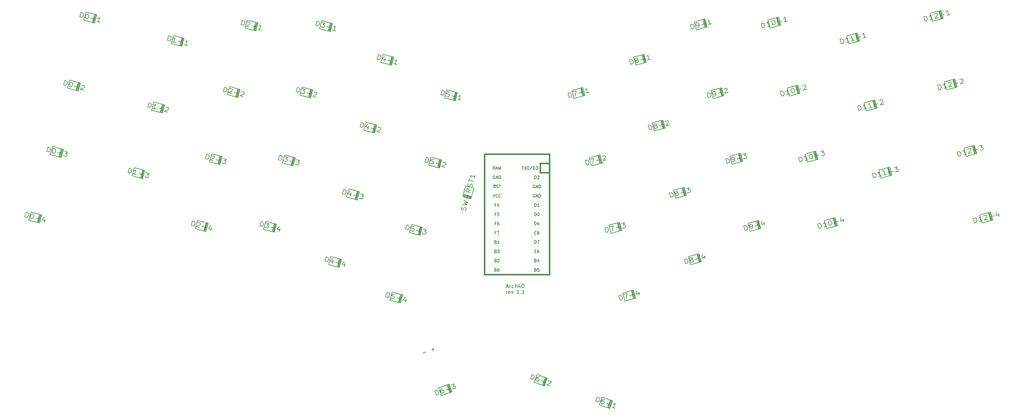
<source format=gbr>
G04 #@! TF.GenerationSoftware,KiCad,Pcbnew,(5.99.0-562-g7b80b2dc7)*
G04 #@! TF.CreationDate,2019-12-24T23:11:14-08:00*
G04 #@! TF.ProjectId,arch_40,61726368-5f34-4302-9e6b-696361645f70,rev?*
G04 #@! TF.SameCoordinates,Original*
G04 #@! TF.FileFunction,Legend,Top*
G04 #@! TF.FilePolarity,Positive*
%FSLAX46Y46*%
G04 Gerber Fmt 4.6, Leading zero omitted, Abs format (unit mm)*
G04 Created by KiCad (PCBNEW (5.99.0-562-g7b80b2dc7)) date 2019-12-24 23:11:14*
%MOMM*%
%LPD*%
G04 APERTURE LIST*
%ADD10C,0.150000*%
%ADD11C,0.381000*%
%ADD12C,0.203200*%
G04 APERTURE END LIST*
D10*
X145839047Y-123901666D02*
X146315238Y-123901666D01*
X145743809Y-124187380D02*
X146077142Y-123187380D01*
X146410476Y-124187380D01*
X146743809Y-124187380D02*
X146743809Y-123520714D01*
X146743809Y-123711190D02*
X146791428Y-123615952D01*
X146839047Y-123568333D01*
X146934285Y-123520714D01*
X147029523Y-123520714D01*
X147791428Y-124139761D02*
X147696190Y-124187380D01*
X147505714Y-124187380D01*
X147410476Y-124139761D01*
X147362857Y-124092142D01*
X147315238Y-123996904D01*
X147315238Y-123711190D01*
X147362857Y-123615952D01*
X147410476Y-123568333D01*
X147505714Y-123520714D01*
X147696190Y-123520714D01*
X147791428Y-123568333D01*
X148220000Y-124187380D02*
X148220000Y-123187380D01*
X148648571Y-124187380D02*
X148648571Y-123663571D01*
X148600952Y-123568333D01*
X148505714Y-123520714D01*
X148362857Y-123520714D01*
X148267619Y-123568333D01*
X148220000Y-123615952D01*
X149553333Y-123520714D02*
X149553333Y-124187380D01*
X149315238Y-123139761D02*
X149077142Y-123854047D01*
X149696190Y-123854047D01*
X150267619Y-123187380D02*
X150362857Y-123187380D01*
X150458095Y-123235000D01*
X150505714Y-123282619D01*
X150553333Y-123377857D01*
X150600952Y-123568333D01*
X150600952Y-123806428D01*
X150553333Y-123996904D01*
X150505714Y-124092142D01*
X150458095Y-124139761D01*
X150362857Y-124187380D01*
X150267619Y-124187380D01*
X150172380Y-124139761D01*
X150124761Y-124092142D01*
X150077142Y-123996904D01*
X150029523Y-123806428D01*
X150029523Y-123568333D01*
X150077142Y-123377857D01*
X150124761Y-123282619D01*
X150172380Y-123235000D01*
X150267619Y-123187380D01*
X145767619Y-125797380D02*
X145767619Y-125130714D01*
X145767619Y-125321190D02*
X145815238Y-125225952D01*
X145862857Y-125178333D01*
X145958095Y-125130714D01*
X146053333Y-125130714D01*
X146767619Y-125749761D02*
X146672380Y-125797380D01*
X146481904Y-125797380D01*
X146386666Y-125749761D01*
X146339047Y-125654523D01*
X146339047Y-125273571D01*
X146386666Y-125178333D01*
X146481904Y-125130714D01*
X146672380Y-125130714D01*
X146767619Y-125178333D01*
X146815238Y-125273571D01*
X146815238Y-125368809D01*
X146339047Y-125464047D01*
X147148571Y-125130714D02*
X147386666Y-125797380D01*
X147624761Y-125130714D01*
X149291428Y-125797380D02*
X148720000Y-125797380D01*
X149005714Y-125797380D02*
X149005714Y-124797380D01*
X148910476Y-124940238D01*
X148815238Y-125035476D01*
X148720000Y-125083095D01*
X149720000Y-125702142D02*
X149767619Y-125749761D01*
X149720000Y-125797380D01*
X149672380Y-125749761D01*
X149720000Y-125702142D01*
X149720000Y-125797380D01*
X150720000Y-125797380D02*
X150148571Y-125797380D01*
X150434285Y-125797380D02*
X150434285Y-124797380D01*
X150339047Y-124940238D01*
X150243809Y-125035476D01*
X150148571Y-125083095D01*
D11*
X155016200Y-90093800D02*
X157556200Y-90093800D01*
X139776200Y-87553800D02*
X157556200Y-87553800D01*
X157556200Y-87553800D02*
X157556200Y-120573800D01*
X157556200Y-120573800D02*
X139776200Y-120573800D01*
X139776200Y-120573800D02*
X139776200Y-87553800D01*
G36*
X142821565Y-96082830D02*
G01*
X142321565Y-96082830D01*
X142321565Y-95982830D01*
X142821565Y-95982830D01*
X142821565Y-96082830D01*
G37*
D10*
X142821565Y-96082830D02*
X142321565Y-96082830D01*
X142321565Y-95982830D01*
X142821565Y-95982830D01*
X142821565Y-96082830D01*
G36*
X142821565Y-96282830D02*
G01*
X142721565Y-96282830D01*
X142721565Y-95982830D01*
X142821565Y-95982830D01*
X142821565Y-96282830D01*
G37*
X142821565Y-96282830D02*
X142721565Y-96282830D01*
X142721565Y-95982830D01*
X142821565Y-95982830D01*
X142821565Y-96282830D01*
G36*
X142821565Y-96782830D02*
G01*
X142721565Y-96782830D01*
X142721565Y-96582830D01*
X142821565Y-96582830D01*
X142821565Y-96782830D01*
G37*
X142821565Y-96782830D02*
X142721565Y-96782830D01*
X142721565Y-96582830D01*
X142821565Y-96582830D01*
X142821565Y-96782830D01*
G36*
X142421565Y-96782830D02*
G01*
X142321565Y-96782830D01*
X142321565Y-95982830D01*
X142421565Y-95982830D01*
X142421565Y-96782830D01*
G37*
X142421565Y-96782830D02*
X142321565Y-96782830D01*
X142321565Y-95982830D01*
X142421565Y-95982830D01*
X142421565Y-96782830D01*
G36*
X142621565Y-96482830D02*
G01*
X142521565Y-96482830D01*
X142521565Y-96382830D01*
X142621565Y-96382830D01*
X142621565Y-96482830D01*
G37*
X142621565Y-96482830D02*
X142521565Y-96482830D01*
X142521565Y-96382830D01*
X142621565Y-96382830D01*
X142621565Y-96482830D01*
D11*
X155016200Y-90093800D02*
X155016200Y-92633800D01*
X155016200Y-92633800D02*
X157556200Y-92633800D01*
D12*
X134672387Y-96276099D02*
X136880493Y-96867759D01*
X133883507Y-99220241D02*
X134672387Y-96276099D01*
X136091613Y-99811901D02*
X133883507Y-99220241D01*
X136880493Y-96867759D02*
X136091613Y-99811901D01*
D10*
X133983017Y-99015003D02*
X136011461Y-99558523D01*
X136108054Y-99584405D02*
X136011461Y-99558523D01*
X136011461Y-99558523D02*
X136108054Y-99584405D01*
X136159817Y-99391219D02*
X134034781Y-98821817D01*
X134086544Y-98628632D02*
X136211581Y-99198034D01*
D12*
X212483196Y-108685912D02*
X211891536Y-106477806D01*
X215427338Y-107897032D02*
X212483196Y-108685912D01*
X214835678Y-105688926D02*
X215427338Y-107897032D01*
X211891536Y-106477806D02*
X214835678Y-105688926D01*
D10*
X215199842Y-107913473D02*
X214656322Y-105885028D01*
X214630440Y-105788436D02*
X214656322Y-105885028D01*
X214656322Y-105885028D02*
X214630440Y-105788436D01*
X214437254Y-105840200D02*
X215006656Y-107965236D01*
X214813471Y-108017000D02*
X214244069Y-105891963D01*
D12*
X207535559Y-90296893D02*
X206943899Y-88088787D01*
X210479701Y-89508013D02*
X207535559Y-90296893D01*
X209888041Y-87299907D02*
X210479701Y-89508013D01*
X206943899Y-88088787D02*
X209888041Y-87299907D01*
D10*
X210252205Y-89524454D02*
X209708685Y-87496009D01*
X209682803Y-87399417D02*
X209708685Y-87496009D01*
X209708685Y-87496009D02*
X209682803Y-87399417D01*
X209489617Y-87451181D02*
X210059019Y-89576217D01*
X209865834Y-89627981D02*
X209296432Y-87502944D01*
D12*
X202379359Y-72288293D02*
X201787699Y-70080187D01*
X205323501Y-71499413D02*
X202379359Y-72288293D01*
X204731841Y-69291307D02*
X205323501Y-71499413D01*
X201787699Y-70080187D02*
X204731841Y-69291307D01*
D10*
X205096005Y-71515854D02*
X204552485Y-69487409D01*
X204526603Y-69390817D02*
X204552485Y-69487409D01*
X204552485Y-69487409D02*
X204526603Y-69390817D01*
X204333417Y-69442581D02*
X204902819Y-71567617D01*
X204709634Y-71619381D02*
X204140232Y-69494344D01*
D12*
X197832759Y-53466893D02*
X197241099Y-51258787D01*
X200776901Y-52678013D02*
X197832759Y-53466893D01*
X200185241Y-50469907D02*
X200776901Y-52678013D01*
X197241099Y-51258787D02*
X200185241Y-50469907D01*
D10*
X200549405Y-52694454D02*
X200005885Y-50666009D01*
X199980003Y-50569417D02*
X200005885Y-50666009D01*
X200005885Y-50666009D02*
X199980003Y-50569417D01*
X199786817Y-50621181D02*
X200356219Y-52746217D01*
X200163034Y-52797981D02*
X199593632Y-50672944D01*
D12*
X196181759Y-117830493D02*
X195590099Y-115622387D01*
X199125901Y-117041613D02*
X196181759Y-117830493D01*
X198534241Y-114833507D02*
X199125901Y-117041613D01*
X195590099Y-115622387D02*
X198534241Y-114833507D01*
D10*
X198898405Y-117058054D02*
X198354885Y-115029609D01*
X198329003Y-114933017D02*
X198354885Y-115029609D01*
X198354885Y-115029609D02*
X198329003Y-114933017D01*
X198135817Y-114984781D02*
X198705219Y-117109817D01*
X198512034Y-117161581D02*
X197942632Y-115036544D01*
D12*
X192120582Y-99639594D02*
X191528922Y-97431488D01*
X195064724Y-98850714D02*
X192120582Y-99639594D01*
X194473064Y-96642608D02*
X195064724Y-98850714D01*
X191528922Y-97431488D02*
X194473064Y-96642608D01*
D10*
X194837228Y-98867155D02*
X194293708Y-96838710D01*
X194267826Y-96742118D02*
X194293708Y-96838710D01*
X194293708Y-96838710D02*
X194267826Y-96742118D01*
X194074640Y-96793882D02*
X194644042Y-98918918D01*
X194450857Y-98970682D02*
X193881455Y-96845645D01*
D12*
X186301159Y-81178293D02*
X185709499Y-78970187D01*
X189245301Y-80389413D02*
X186301159Y-81178293D01*
X188653641Y-78181307D02*
X189245301Y-80389413D01*
X185709499Y-78970187D02*
X188653641Y-78181307D01*
D10*
X189017805Y-80405854D02*
X188474285Y-78377409D01*
X188448403Y-78280817D02*
X188474285Y-78377409D01*
X188474285Y-78377409D02*
X188448403Y-78280817D01*
X188255217Y-78332581D02*
X188824619Y-80457617D01*
X188631434Y-80509381D02*
X188062032Y-78384344D01*
D12*
X181170359Y-63144293D02*
X180578699Y-60936187D01*
X184114501Y-62355413D02*
X181170359Y-63144293D01*
X183522841Y-60147307D02*
X184114501Y-62355413D01*
X180578699Y-60936187D02*
X183522841Y-60147307D01*
D10*
X183887005Y-62371854D02*
X183343485Y-60343409D01*
X183317603Y-60246817D02*
X183343485Y-60343409D01*
X183343485Y-60343409D02*
X183317603Y-60246817D01*
X183124417Y-60298581D02*
X183693819Y-62423617D01*
X183500634Y-62475381D02*
X182931232Y-60350344D01*
D12*
X178223959Y-127812693D02*
X177632299Y-125604587D01*
X181168101Y-127023813D02*
X178223959Y-127812693D01*
X180576441Y-124815707D02*
X181168101Y-127023813D01*
X177632299Y-125604587D02*
X180576441Y-124815707D01*
D10*
X180940605Y-127040254D02*
X180397085Y-125011809D01*
X180371203Y-124915217D02*
X180397085Y-125011809D01*
X180397085Y-125011809D02*
X180371203Y-124915217D01*
X180178017Y-124966981D02*
X180747419Y-127092017D01*
X180554234Y-127143781D02*
X179984832Y-125018744D01*
D12*
X174413959Y-109245293D02*
X173822299Y-107037187D01*
X177358101Y-108456413D02*
X174413959Y-109245293D01*
X176766441Y-106248307D02*
X177358101Y-108456413D01*
X173822299Y-107037187D02*
X176766441Y-106248307D01*
D10*
X177130605Y-108472854D02*
X176587085Y-106444409D01*
X176561203Y-106347817D02*
X176587085Y-106444409D01*
X176587085Y-106444409D02*
X176561203Y-106347817D01*
X176368017Y-106399581D02*
X176937419Y-108524617D01*
X176744234Y-108576381D02*
X176174832Y-106451344D01*
D12*
X169079959Y-90779493D02*
X168488299Y-88571387D01*
X172024101Y-89990613D02*
X169079959Y-90779493D01*
X171432441Y-87782507D02*
X172024101Y-89990613D01*
X168488299Y-88571387D02*
X171432441Y-87782507D01*
D10*
X171796605Y-90007054D02*
X171253085Y-87978609D01*
X171227203Y-87882017D02*
X171253085Y-87978609D01*
X171253085Y-87978609D02*
X171227203Y-87882017D01*
X171034017Y-87933781D02*
X171603419Y-90058817D01*
X171410234Y-90110581D02*
X170840832Y-87985544D01*
D12*
X164330159Y-72262893D02*
X163738499Y-70054787D01*
X167274301Y-71474013D02*
X164330159Y-72262893D01*
X166682641Y-69265907D02*
X167274301Y-71474013D01*
X163738499Y-70054787D02*
X166682641Y-69265907D01*
D10*
X167046805Y-71490454D02*
X166503285Y-69462009D01*
X166477403Y-69365417D02*
X166503285Y-69462009D01*
X166503285Y-69462009D02*
X166477403Y-69365417D01*
X166284217Y-69417181D02*
X166853619Y-71542217D01*
X166660434Y-71593981D02*
X166091032Y-69468944D01*
D12*
X128023857Y-153754007D02*
X127241999Y-151605870D01*
X130888041Y-152711530D02*
X128023857Y-153754007D01*
X130106183Y-150563393D02*
X130888041Y-152711530D01*
X127241999Y-151605870D02*
X130106183Y-150563393D01*
D10*
X130662843Y-152747736D02*
X129944600Y-150774381D01*
X129910398Y-150680412D02*
X129944600Y-150774381D01*
X129944600Y-150774381D02*
X129910398Y-150680412D01*
X129722460Y-150748816D02*
X130474904Y-152816140D01*
X130286966Y-152884544D02*
X129534521Y-150817220D01*
D12*
X153370979Y-150108030D02*
X154152837Y-147959893D01*
X156235163Y-151150507D02*
X153370979Y-150108030D01*
X157017021Y-149002370D02*
X156235163Y-151150507D01*
X154152837Y-147959893D02*
X157017021Y-149002370D01*
D10*
X156039378Y-151033488D02*
X156757621Y-149060134D01*
X156791823Y-148966164D02*
X156757621Y-149060134D01*
X156757621Y-149060134D02*
X156791823Y-148966164D01*
X156603884Y-148897760D02*
X155851440Y-150965084D01*
X155663501Y-150896680D02*
X156415946Y-148829356D01*
D12*
X171223270Y-156290313D02*
X172005128Y-154142176D01*
X174087454Y-157332790D02*
X171223270Y-156290313D01*
X174869312Y-155184653D02*
X174087454Y-157332790D01*
X172005128Y-154142176D02*
X174869312Y-155184653D01*
D10*
X173891669Y-157215771D02*
X174609912Y-155242417D01*
X174644114Y-155148447D02*
X174609912Y-155242417D01*
X174609912Y-155242417D02*
X174644114Y-155148447D01*
X174456175Y-155080043D02*
X173703731Y-157147367D01*
X173515792Y-157078963D02*
X174268237Y-155011639D01*
D12*
X113878299Y-127557213D02*
X114469959Y-125349107D01*
X116822441Y-128346093D02*
X113878299Y-127557213D01*
X117414101Y-126137987D02*
X116822441Y-128346093D01*
X114469959Y-125349107D02*
X117414101Y-126137987D01*
D10*
X116617203Y-128246583D02*
X117160723Y-126218139D01*
X117186605Y-126121546D02*
X117160723Y-126218139D01*
X117160723Y-126218139D02*
X117186605Y-126121546D01*
X116993419Y-126069783D02*
X116424017Y-128194819D01*
X116230832Y-128143056D02*
X116800234Y-126018019D01*
D12*
X119263099Y-109015213D02*
X119854759Y-106807107D01*
X122207241Y-109804093D02*
X119263099Y-109015213D01*
X122798901Y-107595987D02*
X122207241Y-109804093D01*
X119854759Y-106807107D02*
X122798901Y-107595987D01*
D10*
X122002003Y-109704583D02*
X122545523Y-107676139D01*
X122571405Y-107579546D02*
X122545523Y-107676139D01*
X122545523Y-107676139D02*
X122571405Y-107579546D01*
X122378219Y-107527783D02*
X121808817Y-109652819D01*
X121615632Y-109601056D02*
X122185034Y-107476019D01*
D12*
X124597099Y-90574813D02*
X125188759Y-88366707D01*
X127541241Y-91363693D02*
X124597099Y-90574813D01*
X128132901Y-89155587D02*
X127541241Y-91363693D01*
X125188759Y-88366707D02*
X128132901Y-89155587D01*
D10*
X127336003Y-91264183D02*
X127879523Y-89235739D01*
X127905405Y-89139146D02*
X127879523Y-89235739D01*
X127879523Y-89235739D02*
X127905405Y-89139146D01*
X127712219Y-89087383D02*
X127142817Y-91212419D01*
X126949632Y-91160656D02*
X127519034Y-89035619D01*
D12*
X128915099Y-72109013D02*
X129506759Y-69900907D01*
X131859241Y-72897893D02*
X128915099Y-72109013D01*
X132450901Y-70689787D02*
X131859241Y-72897893D01*
X129506759Y-69900907D02*
X132450901Y-70689787D01*
D10*
X131654003Y-72798383D02*
X132197523Y-70769939D01*
X132223405Y-70673346D02*
X132197523Y-70769939D01*
X132197523Y-70769939D02*
X132223405Y-70673346D01*
X132030219Y-70621583D02*
X131460817Y-72746619D01*
X131267632Y-72694856D02*
X131837034Y-70569819D01*
D12*
X97165099Y-117803613D02*
X97756759Y-115595507D01*
X100109241Y-118592493D02*
X97165099Y-117803613D01*
X100700901Y-116384387D02*
X100109241Y-118592493D01*
X97756759Y-115595507D02*
X100700901Y-116384387D01*
D10*
X99904003Y-118492983D02*
X100447523Y-116464539D01*
X100473405Y-116367946D02*
X100447523Y-116464539D01*
X100447523Y-116464539D02*
X100473405Y-116367946D01*
X100280219Y-116316183D02*
X99710817Y-118441219D01*
X99517632Y-118389456D02*
X100087034Y-116264419D01*
D12*
X102041899Y-99312413D02*
X102633559Y-97104307D01*
X104986041Y-100101293D02*
X102041899Y-99312413D01*
X105577701Y-97893187D02*
X104986041Y-100101293D01*
X102633559Y-97104307D02*
X105577701Y-97893187D01*
D10*
X104780803Y-100001783D02*
X105324323Y-97973339D01*
X105350205Y-97876746D02*
X105324323Y-97973339D01*
X105324323Y-97973339D02*
X105350205Y-97876746D01*
X105157019Y-97824983D02*
X104587617Y-99950019D01*
X104394432Y-99898256D02*
X104963834Y-97773219D01*
D12*
X106817099Y-80973613D02*
X107408759Y-78765507D01*
X109761241Y-81762493D02*
X106817099Y-80973613D01*
X110352901Y-79554387D02*
X109761241Y-81762493D01*
X107408759Y-78765507D02*
X110352901Y-79554387D01*
D10*
X109556003Y-81662983D02*
X110099523Y-79634539D01*
X110125405Y-79537946D02*
X110099523Y-79634539D01*
X110099523Y-79634539D02*
X110125405Y-79537946D01*
X109932219Y-79486183D02*
X109362817Y-81611219D01*
X109169632Y-81559456D02*
X109739034Y-79434419D01*
D12*
X111465299Y-62380813D02*
X112056959Y-60172707D01*
X114409441Y-63169693D02*
X111465299Y-62380813D01*
X115001101Y-60961587D02*
X114409441Y-63169693D01*
X112056959Y-60172707D02*
X115001101Y-60961587D01*
D10*
X114204203Y-63070183D02*
X114747723Y-61041739D01*
X114773605Y-60945146D02*
X114747723Y-61041739D01*
X114747723Y-61041739D02*
X114773605Y-60945146D01*
X114580419Y-60893383D02*
X114011017Y-63018419D01*
X113817832Y-62966656D02*
X114387234Y-60841619D01*
D12*
X79385099Y-108151613D02*
X79976759Y-105943507D01*
X82329241Y-108940493D02*
X79385099Y-108151613D01*
X82920901Y-106732387D02*
X82329241Y-108940493D01*
X79976759Y-105943507D02*
X82920901Y-106732387D01*
D10*
X82124003Y-108840983D02*
X82667523Y-106812539D01*
X82693405Y-106715946D02*
X82667523Y-106812539D01*
X82667523Y-106812539D02*
X82693405Y-106715946D01*
X82500219Y-106664183D02*
X81930817Y-108789219D01*
X81737632Y-108737456D02*
X82307034Y-106612419D01*
D12*
X84515899Y-89965213D02*
X85107559Y-87757107D01*
X87460041Y-90754093D02*
X84515899Y-89965213D01*
X88051701Y-88545987D02*
X87460041Y-90754093D01*
X85107559Y-87757107D02*
X88051701Y-88545987D01*
D10*
X87254803Y-90654583D02*
X87798323Y-88626139D01*
X87824205Y-88529546D02*
X87798323Y-88626139D01*
X87798323Y-88626139D02*
X87824205Y-88529546D01*
X87631019Y-88477783D02*
X87061617Y-90602819D01*
X86868432Y-90551056D02*
X87437834Y-88426019D01*
D12*
X89291099Y-71321613D02*
X89882759Y-69113507D01*
X92235241Y-72110493D02*
X89291099Y-71321613D01*
X92826901Y-69902387D02*
X92235241Y-72110493D01*
X89882759Y-69113507D02*
X92826901Y-69902387D01*
D10*
X92030003Y-72010983D02*
X92573523Y-69982539D01*
X92599405Y-69885946D02*
X92573523Y-69982539D01*
X92573523Y-69982539D02*
X92599405Y-69885946D01*
X92406219Y-69834183D02*
X91836817Y-71959219D01*
X91643632Y-71907456D02*
X92213034Y-69782419D01*
D12*
X94701299Y-53160613D02*
X95292959Y-50952507D01*
X97645441Y-53949493D02*
X94701299Y-53160613D01*
X98237101Y-51741387D02*
X97645441Y-53949493D01*
X95292959Y-50952507D02*
X98237101Y-51741387D01*
D10*
X97440203Y-53849983D02*
X97983723Y-51821539D01*
X98009605Y-51724946D02*
X97983723Y-51821539D01*
X97983723Y-51821539D02*
X98009605Y-51724946D01*
X97816419Y-51673183D02*
X97247017Y-53798219D01*
X97053832Y-53746456D02*
X97623234Y-51621419D01*
D12*
X60642722Y-107952912D02*
X61234382Y-105744806D01*
X63586864Y-108741792D02*
X60642722Y-107952912D01*
X64178524Y-106533686D02*
X63586864Y-108741792D01*
X61234382Y-105744806D02*
X64178524Y-106533686D01*
D10*
X63381626Y-108642282D02*
X63925146Y-106613838D01*
X63951028Y-106517245D02*
X63925146Y-106613838D01*
X63925146Y-106613838D02*
X63951028Y-106517245D01*
X63757842Y-106465482D02*
X63188440Y-108590518D01*
X62995255Y-108538755D02*
X63564657Y-106413718D01*
D12*
X64500699Y-89635013D02*
X65092359Y-87426907D01*
X67444841Y-90423893D02*
X64500699Y-89635013D01*
X68036501Y-88215787D02*
X67444841Y-90423893D01*
X65092359Y-87426907D02*
X68036501Y-88215787D01*
D10*
X67239603Y-90324383D02*
X67783123Y-88295939D01*
X67809005Y-88199346D02*
X67783123Y-88295939D01*
X67783123Y-88295939D02*
X67809005Y-88199346D01*
X67615819Y-88147583D02*
X67046417Y-90272619D01*
X66853232Y-90220856D02*
X67422634Y-88095819D01*
D12*
X69402899Y-71220013D02*
X69994559Y-69011907D01*
X72347041Y-72008893D02*
X69402899Y-71220013D01*
X72938701Y-69800787D02*
X72347041Y-72008893D01*
X69994559Y-69011907D02*
X72938701Y-69800787D01*
D10*
X72141803Y-71909383D02*
X72685323Y-69880939D01*
X72711205Y-69784346D02*
X72685323Y-69880939D01*
X72685323Y-69880939D02*
X72711205Y-69784346D01*
X72518019Y-69732583D02*
X71948617Y-71857619D01*
X71755432Y-71805856D02*
X72324834Y-69680819D01*
D12*
X74254299Y-52957413D02*
X74845959Y-50749307D01*
X77198441Y-53746293D02*
X74254299Y-52957413D01*
X77790101Y-51538187D02*
X77198441Y-53746293D01*
X74845959Y-50749307D02*
X77790101Y-51538187D01*
D10*
X76993203Y-53646783D02*
X77536723Y-51618339D01*
X77562605Y-51521746D02*
X77536723Y-51618339D01*
X77536723Y-51618339D02*
X77562605Y-51521746D01*
X77369419Y-51469983D02*
X76800017Y-53595019D01*
X76606832Y-53543256D02*
X77176234Y-51418219D01*
D12*
X275955256Y-106427852D02*
X275363596Y-104219746D01*
X278899398Y-105638972D02*
X275955256Y-106427852D01*
X278307738Y-103430866D02*
X278899398Y-105638972D01*
X275363596Y-104219746D02*
X278307738Y-103430866D01*
D10*
X278671902Y-105655413D02*
X278128382Y-103626968D01*
X278102500Y-103530376D02*
X278128382Y-103626968D01*
X278128382Y-103626968D02*
X278102500Y-103530376D01*
X277909314Y-103582140D02*
X278478716Y-105707176D01*
X278285531Y-105758940D02*
X277716129Y-103633903D01*
D12*
X271594359Y-88163293D02*
X271002699Y-85955187D01*
X274538501Y-87374413D02*
X271594359Y-88163293D01*
X273946841Y-85166307D02*
X274538501Y-87374413D01*
X271002699Y-85955187D02*
X273946841Y-85166307D01*
D10*
X274311005Y-87390854D02*
X273767485Y-85362409D01*
X273741603Y-85265817D02*
X273767485Y-85362409D01*
X273767485Y-85362409D02*
X273741603Y-85265817D01*
X273548417Y-85317581D02*
X274117819Y-87442617D01*
X273924634Y-87494381D02*
X273355232Y-85369344D01*
D12*
X266209559Y-69926093D02*
X265617899Y-67717987D01*
X269153701Y-69137213D02*
X266209559Y-69926093D01*
X268562041Y-66929107D02*
X269153701Y-69137213D01*
X265617899Y-67717987D02*
X268562041Y-66929107D01*
D10*
X268926205Y-69153654D02*
X268382685Y-67125209D01*
X268356803Y-67028617D02*
X268382685Y-67125209D01*
X268382685Y-67125209D02*
X268356803Y-67028617D01*
X268163617Y-67080381D02*
X268733019Y-69205417D01*
X268539834Y-69257181D02*
X267970432Y-67132144D01*
D12*
X262399559Y-51130093D02*
X261807899Y-48921987D01*
X265343701Y-50341213D02*
X262399559Y-51130093D01*
X264752041Y-48133107D02*
X265343701Y-50341213D01*
X261807899Y-48921987D02*
X264752041Y-48133107D01*
D10*
X265116205Y-50357654D02*
X264572685Y-48329209D01*
X264546803Y-48232617D02*
X264572685Y-48329209D01*
X264572685Y-48329209D02*
X264546803Y-48232617D01*
X264353617Y-48284381D02*
X264923019Y-50409417D01*
X264729834Y-50461181D02*
X264160432Y-48336144D01*
D12*
X248323759Y-94108493D02*
X247732099Y-91900387D01*
X251267901Y-93319613D02*
X248323759Y-94108493D01*
X250676241Y-91111507D02*
X251267901Y-93319613D01*
X247732099Y-91900387D02*
X250676241Y-91111507D01*
D10*
X251040405Y-93336054D02*
X250496885Y-91307609D01*
X250471003Y-91211017D02*
X250496885Y-91307609D01*
X250496885Y-91307609D02*
X250471003Y-91211017D01*
X250277817Y-91262781D02*
X250847219Y-93387817D01*
X250654034Y-93439581D02*
X250084632Y-91314544D01*
D12*
X244289359Y-75666493D02*
X243697699Y-73458387D01*
X247233501Y-74877613D02*
X244289359Y-75666493D01*
X246641841Y-72669507D02*
X247233501Y-74877613D01*
X243697699Y-73458387D02*
X246641841Y-72669507D01*
D10*
X247006005Y-74894054D02*
X246462485Y-72865609D01*
X246436603Y-72769017D02*
X246462485Y-72865609D01*
X246462485Y-72865609D02*
X246436603Y-72769017D01*
X246243417Y-72820781D02*
X246812819Y-74945817D01*
X246619634Y-74997581D02*
X246050232Y-72872544D01*
D12*
X239514159Y-57327693D02*
X238922499Y-55119587D01*
X242458301Y-56538813D02*
X239514159Y-57327693D01*
X241866641Y-54330707D02*
X242458301Y-56538813D01*
X238922499Y-55119587D02*
X241866641Y-54330707D01*
D10*
X242230805Y-56555254D02*
X241687285Y-54526809D01*
X241661403Y-54430217D02*
X241687285Y-54526809D01*
X241687285Y-54526809D02*
X241661403Y-54430217D01*
X241468217Y-54481981D02*
X242037619Y-56607017D01*
X241844434Y-56658781D02*
X241275032Y-54533744D01*
D12*
X233415336Y-107936612D02*
X232823676Y-105728506D01*
X236359478Y-107147732D02*
X233415336Y-107936612D01*
X235767818Y-104939626D02*
X236359478Y-107147732D01*
X232823676Y-105728506D02*
X235767818Y-104939626D01*
D10*
X236131982Y-107164173D02*
X235588462Y-105135728D01*
X235562580Y-105039136D02*
X235588462Y-105135728D01*
X235588462Y-105135728D02*
X235562580Y-105039136D01*
X235369394Y-105090900D02*
X235938796Y-107215936D01*
X235745611Y-107267700D02*
X235176209Y-105142663D01*
D12*
X228160359Y-89712693D02*
X227568699Y-87504587D01*
X231104501Y-88923813D02*
X228160359Y-89712693D01*
X230512841Y-86715707D02*
X231104501Y-88923813D01*
X227568699Y-87504587D02*
X230512841Y-86715707D01*
D10*
X230877005Y-88940254D02*
X230333485Y-86911809D01*
X230307603Y-86815217D02*
X230333485Y-86911809D01*
X230333485Y-86911809D02*
X230307603Y-86815217D01*
X230114417Y-86866981D02*
X230683819Y-88992017D01*
X230490634Y-89043781D02*
X229921232Y-86918744D01*
D12*
X223181959Y-71627893D02*
X222590299Y-69419787D01*
X226126101Y-70839013D02*
X223181959Y-71627893D01*
X225534441Y-68630907D02*
X226126101Y-70839013D01*
X222590299Y-69419787D02*
X225534441Y-68630907D01*
D10*
X225898605Y-70855454D02*
X225355085Y-68827009D01*
X225329203Y-68730417D02*
X225355085Y-68827009D01*
X225355085Y-68827009D02*
X225329203Y-68730417D01*
X225136017Y-68782181D02*
X225705419Y-70907217D01*
X225512234Y-70958981D02*
X224942832Y-68833944D01*
D12*
X217924159Y-52958893D02*
X217332499Y-50750787D01*
X220868301Y-52170013D02*
X217924159Y-52958893D01*
X220276641Y-49961907D02*
X220868301Y-52170013D01*
X217332499Y-50750787D02*
X220276641Y-49961907D01*
D10*
X220640805Y-52186454D02*
X220097285Y-50158009D01*
X220071403Y-50061417D02*
X220097285Y-50158009D01*
X220097285Y-50158009D02*
X220071403Y-50061417D01*
X219878217Y-50113181D02*
X220447619Y-52238217D01*
X220254434Y-52289981D02*
X219685032Y-50164944D01*
D12*
X43327542Y-93474912D02*
X43919202Y-91266806D01*
X46271684Y-94263792D02*
X43327542Y-93474912D01*
X46863344Y-92055686D02*
X46271684Y-94263792D01*
X43919202Y-91266806D02*
X46863344Y-92055686D01*
D10*
X46066446Y-94164282D02*
X46609966Y-92135838D01*
X46635848Y-92039245D02*
X46609966Y-92135838D01*
X46609966Y-92135838D02*
X46635848Y-92039245D01*
X46442662Y-91987482D02*
X45873260Y-94112518D01*
X45680075Y-94060755D02*
X46249477Y-91935718D01*
D12*
X48727299Y-75461813D02*
X49318959Y-73253707D01*
X51671441Y-76250693D02*
X48727299Y-75461813D01*
X52263101Y-74042587D02*
X51671441Y-76250693D01*
X49318959Y-73253707D02*
X52263101Y-74042587D01*
D10*
X51466203Y-76151183D02*
X52009723Y-74122739D01*
X52035605Y-74026146D02*
X52009723Y-74122739D01*
X52009723Y-74122739D02*
X52035605Y-74026146D01*
X51842419Y-73974383D02*
X51273017Y-76099419D01*
X51079832Y-76047656D02*
X51649234Y-73922619D01*
D12*
X54086699Y-57199213D02*
X54678359Y-54991107D01*
X57030841Y-57988093D02*
X54086699Y-57199213D01*
X57622501Y-55779987D02*
X57030841Y-57988093D01*
X54678359Y-54991107D02*
X57622501Y-55779987D01*
D10*
X56825603Y-57888583D02*
X57369123Y-55860139D01*
X57395005Y-55763546D02*
X57369123Y-55860139D01*
X57369123Y-55860139D02*
X57395005Y-55763546D01*
X57201819Y-55711783D02*
X56632417Y-57836819D01*
X56439232Y-57785056D02*
X57008634Y-55660019D01*
D12*
X15062422Y-105626272D02*
X15654082Y-103418166D01*
X18006564Y-106415152D02*
X15062422Y-105626272D01*
X18598224Y-104207046D02*
X18006564Y-106415152D01*
X15654082Y-103418166D02*
X18598224Y-104207046D01*
D10*
X17801326Y-106315642D02*
X18344846Y-104287198D01*
X18370728Y-104190605D02*
X18344846Y-104287198D01*
X18344846Y-104287198D02*
X18370728Y-104190605D01*
X18177542Y-104138842D02*
X17608140Y-106263878D01*
X17414955Y-106212115D02*
X17984357Y-104087078D01*
D12*
X21041299Y-87653813D02*
X21632959Y-85445707D01*
X23985441Y-88442693D02*
X21041299Y-87653813D01*
X24577101Y-86234587D02*
X23985441Y-88442693D01*
X21632959Y-85445707D02*
X24577101Y-86234587D01*
D10*
X23780203Y-88343183D02*
X24323723Y-86314739D01*
X24349605Y-86218146D02*
X24323723Y-86314739D01*
X24323723Y-86314739D02*
X24349605Y-86218146D01*
X24156419Y-86166383D02*
X23587017Y-88291419D01*
X23393832Y-88239656D02*
X23963234Y-86114619D01*
D12*
X25689499Y-69442013D02*
X26281159Y-67233907D01*
X28633641Y-70230893D02*
X25689499Y-69442013D01*
X29225301Y-68022787D02*
X28633641Y-70230893D01*
X26281159Y-67233907D02*
X29225301Y-68022787D01*
D10*
X28428403Y-70131383D02*
X28971923Y-68102939D01*
X28997805Y-68006346D02*
X28971923Y-68102939D01*
X28971923Y-68102939D02*
X28997805Y-68006346D01*
X28804619Y-67954583D02*
X28235217Y-70079619D01*
X28042032Y-70027856D02*
X28611434Y-67902819D01*
D12*
X30134499Y-50798413D02*
X30726159Y-48590307D01*
X33078641Y-51587293D02*
X30134499Y-50798413D01*
X33670301Y-49379187D02*
X33078641Y-51587293D01*
X30726159Y-48590307D02*
X33670301Y-49379187D01*
D10*
X32873403Y-51487783D02*
X33416923Y-49459339D01*
X33442805Y-49362746D02*
X33416923Y-49459339D01*
X33416923Y-49459339D02*
X33442805Y-49362746D01*
X33249619Y-49310983D02*
X32680217Y-51436019D01*
X32487032Y-51384256D02*
X33056434Y-49259219D01*
X122980571Y-142097455D02*
X123696528Y-141836868D01*
X125367390Y-141228724D02*
X126083347Y-140968137D01*
X125855662Y-141456409D02*
X125595075Y-140740452D01*
X143092866Y-96747609D02*
X143207152Y-96785704D01*
X143397628Y-96785704D01*
X143473819Y-96747609D01*
X143511914Y-96709514D01*
X143550009Y-96633323D01*
X143550009Y-96557133D01*
X143511914Y-96480942D01*
X143473819Y-96442847D01*
X143397628Y-96404752D01*
X143245247Y-96366657D01*
X143169057Y-96328561D01*
X143130961Y-96290466D01*
X143092866Y-96214276D01*
X143092866Y-96138085D01*
X143130961Y-96061895D01*
X143169057Y-96023800D01*
X143245247Y-95985704D01*
X143435723Y-95985704D01*
X143550009Y-96023800D01*
X143778580Y-95985704D02*
X144235723Y-95985704D01*
X144007152Y-96785704D02*
X144007152Y-95985704D01*
X150047595Y-90925704D02*
X150504738Y-90925704D01*
X150276167Y-91725704D02*
X150276167Y-90925704D01*
X150695214Y-90925704D02*
X151228548Y-91725704D01*
X151228548Y-90925704D02*
X150695214Y-91725704D01*
X151685691Y-90925704D02*
X151761881Y-90925704D01*
X151838072Y-90963800D01*
X151876167Y-91001895D01*
X151914262Y-91078085D01*
X151952357Y-91230466D01*
X151952357Y-91420942D01*
X151914262Y-91573323D01*
X151876167Y-91649514D01*
X151838072Y-91687609D01*
X151761881Y-91725704D01*
X151685691Y-91725704D01*
X151609500Y-91687609D01*
X151571405Y-91649514D01*
X151533310Y-91573323D01*
X151495214Y-91420942D01*
X151495214Y-91230466D01*
X151533310Y-91078085D01*
X151571405Y-91001895D01*
X151609500Y-90963800D01*
X151685691Y-90925704D01*
X152866643Y-90887609D02*
X152180929Y-91916180D01*
X153133310Y-91725704D02*
X153133310Y-90925704D01*
X153323786Y-90925704D01*
X153438072Y-90963800D01*
X153514262Y-91039990D01*
X153552357Y-91116180D01*
X153590452Y-91268561D01*
X153590452Y-91382847D01*
X153552357Y-91535228D01*
X153514262Y-91611419D01*
X153438072Y-91687609D01*
X153323786Y-91725704D01*
X153133310Y-91725704D01*
X153857119Y-90925704D02*
X154352357Y-90925704D01*
X154085691Y-91230466D01*
X154199976Y-91230466D01*
X154276167Y-91268561D01*
X154314262Y-91306657D01*
X154352357Y-91382847D01*
X154352357Y-91573323D01*
X154314262Y-91649514D01*
X154276167Y-91687609D01*
X154199976Y-91725704D01*
X153971405Y-91725704D01*
X153895214Y-91687609D01*
X153857119Y-91649514D01*
X142881390Y-116706657D02*
X142995676Y-116744752D01*
X143033771Y-116782847D01*
X143071866Y-116859038D01*
X143071866Y-116973323D01*
X143033771Y-117049514D01*
X142995676Y-117087609D01*
X142919485Y-117125704D01*
X142614723Y-117125704D01*
X142614723Y-116325704D01*
X142881390Y-116325704D01*
X142957580Y-116363800D01*
X142995676Y-116401895D01*
X143033771Y-116478085D01*
X143033771Y-116554276D01*
X142995676Y-116630466D01*
X142957580Y-116668561D01*
X142881390Y-116706657D01*
X142614723Y-116706657D01*
X143376628Y-116401895D02*
X143414723Y-116363800D01*
X143490914Y-116325704D01*
X143681390Y-116325704D01*
X143757580Y-116363800D01*
X143795676Y-116401895D01*
X143833771Y-116478085D01*
X143833771Y-116554276D01*
X143795676Y-116668561D01*
X143338533Y-117125704D01*
X143833771Y-117125704D01*
X142938533Y-109086657D02*
X142671866Y-109086657D01*
X142671866Y-109505704D02*
X142671866Y-108705704D01*
X143052819Y-108705704D01*
X143281390Y-108705704D02*
X143814723Y-108705704D01*
X143471866Y-109505704D01*
X142938533Y-106546657D02*
X142671866Y-106546657D01*
X142671866Y-106965704D02*
X142671866Y-106165704D01*
X143052819Y-106165704D01*
X143700438Y-106165704D02*
X143548057Y-106165704D01*
X143471866Y-106203800D01*
X143433771Y-106241895D01*
X143357580Y-106356180D01*
X143319485Y-106508561D01*
X143319485Y-106813323D01*
X143357580Y-106889514D01*
X143395676Y-106927609D01*
X143471866Y-106965704D01*
X143624247Y-106965704D01*
X143700438Y-106927609D01*
X143738533Y-106889514D01*
X143776628Y-106813323D01*
X143776628Y-106622847D01*
X143738533Y-106546657D01*
X143700438Y-106508561D01*
X143624247Y-106470466D01*
X143471866Y-106470466D01*
X143395676Y-106508561D01*
X143357580Y-106546657D01*
X143319485Y-106622847D01*
X142938533Y-104006657D02*
X142671866Y-104006657D01*
X142671866Y-104425704D02*
X142671866Y-103625704D01*
X143052819Y-103625704D01*
X143738533Y-103625704D02*
X143357580Y-103625704D01*
X143319485Y-104006657D01*
X143357580Y-103968561D01*
X143433771Y-103930466D01*
X143624247Y-103930466D01*
X143700438Y-103968561D01*
X143738533Y-104006657D01*
X143776628Y-104082847D01*
X143776628Y-104273323D01*
X143738533Y-104349514D01*
X143700438Y-104387609D01*
X143624247Y-104425704D01*
X143433771Y-104425704D01*
X143357580Y-104387609D01*
X143319485Y-104349514D01*
X142652819Y-91725704D02*
X142386152Y-91344752D01*
X142195676Y-91725704D02*
X142195676Y-90925704D01*
X142500438Y-90925704D01*
X142576628Y-90963800D01*
X142614723Y-91001895D01*
X142652819Y-91078085D01*
X142652819Y-91192371D01*
X142614723Y-91268561D01*
X142576628Y-91306657D01*
X142500438Y-91344752D01*
X142195676Y-91344752D01*
X142957580Y-91497133D02*
X143338533Y-91497133D01*
X142881390Y-91725704D02*
X143148057Y-90925704D01*
X143414723Y-91725704D01*
X143605200Y-90925704D02*
X143795676Y-91725704D01*
X143948057Y-91154276D01*
X144100438Y-91725704D01*
X144290914Y-90925704D01*
X142595676Y-93503800D02*
X142519485Y-93465704D01*
X142405200Y-93465704D01*
X142290914Y-93503800D01*
X142214723Y-93579990D01*
X142176628Y-93656180D01*
X142138533Y-93808561D01*
X142138533Y-93922847D01*
X142176628Y-94075228D01*
X142214723Y-94151419D01*
X142290914Y-94227609D01*
X142405200Y-94265704D01*
X142481390Y-94265704D01*
X142595676Y-94227609D01*
X142633771Y-94189514D01*
X142633771Y-93922847D01*
X142481390Y-93922847D01*
X142976628Y-94265704D02*
X142976628Y-93465704D01*
X143433771Y-94265704D01*
X143433771Y-93465704D01*
X143814723Y-94265704D02*
X143814723Y-93465704D01*
X144005200Y-93465704D01*
X144119485Y-93503800D01*
X144195676Y-93579990D01*
X144233771Y-93656180D01*
X144271866Y-93808561D01*
X144271866Y-93922847D01*
X144233771Y-94075228D01*
X144195676Y-94151419D01*
X144119485Y-94227609D01*
X144005200Y-94265704D01*
X143814723Y-94265704D01*
X142138533Y-98545704D02*
X142405200Y-99345704D01*
X142671866Y-98545704D01*
X143395676Y-99269514D02*
X143357580Y-99307609D01*
X143243295Y-99345704D01*
X143167104Y-99345704D01*
X143052819Y-99307609D01*
X142976628Y-99231419D01*
X142938533Y-99155228D01*
X142900438Y-99002847D01*
X142900438Y-98888561D01*
X142938533Y-98736180D01*
X142976628Y-98659990D01*
X143052819Y-98583800D01*
X143167104Y-98545704D01*
X143243295Y-98545704D01*
X143357580Y-98583800D01*
X143395676Y-98621895D01*
X144195676Y-99269514D02*
X144157580Y-99307609D01*
X144043295Y-99345704D01*
X143967104Y-99345704D01*
X143852819Y-99307609D01*
X143776628Y-99231419D01*
X143738533Y-99155228D01*
X143700438Y-99002847D01*
X143700438Y-98888561D01*
X143738533Y-98736180D01*
X143776628Y-98659990D01*
X143852819Y-98583800D01*
X143967104Y-98545704D01*
X144043295Y-98545704D01*
X144157580Y-98583800D01*
X144195676Y-98621895D01*
X142938533Y-101466657D02*
X142671866Y-101466657D01*
X142671866Y-101885704D02*
X142671866Y-101085704D01*
X143052819Y-101085704D01*
X143700438Y-101352371D02*
X143700438Y-101885704D01*
X143509961Y-101047609D02*
X143319485Y-101619038D01*
X143814723Y-101619038D01*
X142881390Y-111626657D02*
X142995676Y-111664752D01*
X143033771Y-111702847D01*
X143071866Y-111779038D01*
X143071866Y-111893323D01*
X143033771Y-111969514D01*
X142995676Y-112007609D01*
X142919485Y-112045704D01*
X142614723Y-112045704D01*
X142614723Y-111245704D01*
X142881390Y-111245704D01*
X142957580Y-111283800D01*
X142995676Y-111321895D01*
X143033771Y-111398085D01*
X143033771Y-111474276D01*
X142995676Y-111550466D01*
X142957580Y-111588561D01*
X142881390Y-111626657D01*
X142614723Y-111626657D01*
X143833771Y-112045704D02*
X143376628Y-112045704D01*
X143605200Y-112045704D02*
X143605200Y-111245704D01*
X143529009Y-111359990D01*
X143452819Y-111436180D01*
X143376628Y-111474276D01*
X142881390Y-114166657D02*
X142995676Y-114204752D01*
X143033771Y-114242847D01*
X143071866Y-114319038D01*
X143071866Y-114433323D01*
X143033771Y-114509514D01*
X142995676Y-114547609D01*
X142919485Y-114585704D01*
X142614723Y-114585704D01*
X142614723Y-113785704D01*
X142881390Y-113785704D01*
X142957580Y-113823800D01*
X142995676Y-113861895D01*
X143033771Y-113938085D01*
X143033771Y-114014276D01*
X142995676Y-114090466D01*
X142957580Y-114128561D01*
X142881390Y-114166657D01*
X142614723Y-114166657D01*
X143338533Y-113785704D02*
X143833771Y-113785704D01*
X143567104Y-114090466D01*
X143681390Y-114090466D01*
X143757580Y-114128561D01*
X143795676Y-114166657D01*
X143833771Y-114242847D01*
X143833771Y-114433323D01*
X143795676Y-114509514D01*
X143757580Y-114547609D01*
X143681390Y-114585704D01*
X143452819Y-114585704D01*
X143376628Y-114547609D01*
X143338533Y-114509514D01*
X142881390Y-119246657D02*
X142995676Y-119284752D01*
X143033771Y-119322847D01*
X143071866Y-119399038D01*
X143071866Y-119513323D01*
X143033771Y-119589514D01*
X142995676Y-119627609D01*
X142919485Y-119665704D01*
X142614723Y-119665704D01*
X142614723Y-118865704D01*
X142881390Y-118865704D01*
X142957580Y-118903800D01*
X142995676Y-118941895D01*
X143033771Y-119018085D01*
X143033771Y-119094276D01*
X142995676Y-119170466D01*
X142957580Y-119208561D01*
X142881390Y-119246657D01*
X142614723Y-119246657D01*
X143757580Y-118865704D02*
X143605200Y-118865704D01*
X143529009Y-118903800D01*
X143490914Y-118941895D01*
X143414723Y-119056180D01*
X143376628Y-119208561D01*
X143376628Y-119513323D01*
X143414723Y-119589514D01*
X143452819Y-119627609D01*
X143529009Y-119665704D01*
X143681390Y-119665704D01*
X143757580Y-119627609D01*
X143795676Y-119589514D01*
X143833771Y-119513323D01*
X143833771Y-119322847D01*
X143795676Y-119246657D01*
X143757580Y-119208561D01*
X143681390Y-119170466D01*
X143529009Y-119170466D01*
X143452819Y-119208561D01*
X143414723Y-119246657D01*
X143376628Y-119322847D01*
X153803390Y-119246657D02*
X153917676Y-119284752D01*
X153955771Y-119322847D01*
X153993866Y-119399038D01*
X153993866Y-119513323D01*
X153955771Y-119589514D01*
X153917676Y-119627609D01*
X153841485Y-119665704D01*
X153536723Y-119665704D01*
X153536723Y-118865704D01*
X153803390Y-118865704D01*
X153879580Y-118903800D01*
X153917676Y-118941895D01*
X153955771Y-119018085D01*
X153955771Y-119094276D01*
X153917676Y-119170466D01*
X153879580Y-119208561D01*
X153803390Y-119246657D01*
X153536723Y-119246657D01*
X154717676Y-118865704D02*
X154336723Y-118865704D01*
X154298628Y-119246657D01*
X154336723Y-119208561D01*
X154412914Y-119170466D01*
X154603390Y-119170466D01*
X154679580Y-119208561D01*
X154717676Y-119246657D01*
X154755771Y-119322847D01*
X154755771Y-119513323D01*
X154717676Y-119589514D01*
X154679580Y-119627609D01*
X154603390Y-119665704D01*
X154412914Y-119665704D01*
X154336723Y-119627609D01*
X154298628Y-119589514D01*
X153803390Y-116706657D02*
X153917676Y-116744752D01*
X153955771Y-116782847D01*
X153993866Y-116859038D01*
X153993866Y-116973323D01*
X153955771Y-117049514D01*
X153917676Y-117087609D01*
X153841485Y-117125704D01*
X153536723Y-117125704D01*
X153536723Y-116325704D01*
X153803390Y-116325704D01*
X153879580Y-116363800D01*
X153917676Y-116401895D01*
X153955771Y-116478085D01*
X153955771Y-116554276D01*
X153917676Y-116630466D01*
X153879580Y-116668561D01*
X153803390Y-116706657D01*
X153536723Y-116706657D01*
X154679580Y-116592371D02*
X154679580Y-117125704D01*
X154489104Y-116287609D02*
X154298628Y-116859038D01*
X154793866Y-116859038D01*
X153574819Y-114166657D02*
X153841485Y-114166657D01*
X153955771Y-114585704D02*
X153574819Y-114585704D01*
X153574819Y-113785704D01*
X153955771Y-113785704D01*
X154641485Y-113785704D02*
X154489104Y-113785704D01*
X154412914Y-113823800D01*
X154374819Y-113861895D01*
X154298628Y-113976180D01*
X154260533Y-114128561D01*
X154260533Y-114433323D01*
X154298628Y-114509514D01*
X154336723Y-114547609D01*
X154412914Y-114585704D01*
X154565295Y-114585704D01*
X154641485Y-114547609D01*
X154679580Y-114509514D01*
X154717676Y-114433323D01*
X154717676Y-114242847D01*
X154679580Y-114166657D01*
X154641485Y-114128561D01*
X154565295Y-114090466D01*
X154412914Y-114090466D01*
X154336723Y-114128561D01*
X154298628Y-114166657D01*
X154260533Y-114242847D01*
X153536723Y-112045704D02*
X153536723Y-111245704D01*
X153727200Y-111245704D01*
X153841485Y-111283800D01*
X153917676Y-111359990D01*
X153955771Y-111436180D01*
X153993866Y-111588561D01*
X153993866Y-111702847D01*
X153955771Y-111855228D01*
X153917676Y-111931419D01*
X153841485Y-112007609D01*
X153727200Y-112045704D01*
X153536723Y-112045704D01*
X154260533Y-111245704D02*
X154793866Y-111245704D01*
X154451009Y-112045704D01*
X153993866Y-109429514D02*
X153955771Y-109467609D01*
X153841485Y-109505704D01*
X153765295Y-109505704D01*
X153651009Y-109467609D01*
X153574819Y-109391419D01*
X153536723Y-109315228D01*
X153498628Y-109162847D01*
X153498628Y-109048561D01*
X153536723Y-108896180D01*
X153574819Y-108819990D01*
X153651009Y-108743800D01*
X153765295Y-108705704D01*
X153841485Y-108705704D01*
X153955771Y-108743800D01*
X153993866Y-108781895D01*
X154679580Y-108705704D02*
X154527200Y-108705704D01*
X154451009Y-108743800D01*
X154412914Y-108781895D01*
X154336723Y-108896180D01*
X154298628Y-109048561D01*
X154298628Y-109353323D01*
X154336723Y-109429514D01*
X154374819Y-109467609D01*
X154451009Y-109505704D01*
X154603390Y-109505704D01*
X154679580Y-109467609D01*
X154717676Y-109429514D01*
X154755771Y-109353323D01*
X154755771Y-109162847D01*
X154717676Y-109086657D01*
X154679580Y-109048561D01*
X154603390Y-109010466D01*
X154451009Y-109010466D01*
X154374819Y-109048561D01*
X154336723Y-109086657D01*
X154298628Y-109162847D01*
X153536723Y-106965704D02*
X153536723Y-106165704D01*
X153727200Y-106165704D01*
X153841485Y-106203800D01*
X153917676Y-106279990D01*
X153955771Y-106356180D01*
X153993866Y-106508561D01*
X153993866Y-106622847D01*
X153955771Y-106775228D01*
X153917676Y-106851419D01*
X153841485Y-106927609D01*
X153727200Y-106965704D01*
X153536723Y-106965704D01*
X154679580Y-106432371D02*
X154679580Y-106965704D01*
X154489104Y-106127609D02*
X154298628Y-106699038D01*
X154793866Y-106699038D01*
X153517676Y-96043800D02*
X153441485Y-96005704D01*
X153327200Y-96005704D01*
X153212914Y-96043800D01*
X153136723Y-96119990D01*
X153098628Y-96196180D01*
X153060533Y-96348561D01*
X153060533Y-96462847D01*
X153098628Y-96615228D01*
X153136723Y-96691419D01*
X153212914Y-96767609D01*
X153327200Y-96805704D01*
X153403390Y-96805704D01*
X153517676Y-96767609D01*
X153555771Y-96729514D01*
X153555771Y-96462847D01*
X153403390Y-96462847D01*
X153898628Y-96805704D02*
X153898628Y-96005704D01*
X154355771Y-96805704D01*
X154355771Y-96005704D01*
X154736723Y-96805704D02*
X154736723Y-96005704D01*
X154927200Y-96005704D01*
X155041485Y-96043800D01*
X155117676Y-96119990D01*
X155155771Y-96196180D01*
X155193866Y-96348561D01*
X155193866Y-96462847D01*
X155155771Y-96615228D01*
X155117676Y-96691419D01*
X155041485Y-96767609D01*
X154927200Y-96805704D01*
X154736723Y-96805704D01*
X153517676Y-98583800D02*
X153441485Y-98545704D01*
X153327200Y-98545704D01*
X153212914Y-98583800D01*
X153136723Y-98659990D01*
X153098628Y-98736180D01*
X153060533Y-98888561D01*
X153060533Y-99002847D01*
X153098628Y-99155228D01*
X153136723Y-99231419D01*
X153212914Y-99307609D01*
X153327200Y-99345704D01*
X153403390Y-99345704D01*
X153517676Y-99307609D01*
X153555771Y-99269514D01*
X153555771Y-99002847D01*
X153403390Y-99002847D01*
X153898628Y-99345704D02*
X153898628Y-98545704D01*
X154355771Y-99345704D01*
X154355771Y-98545704D01*
X154736723Y-99345704D02*
X154736723Y-98545704D01*
X154927200Y-98545704D01*
X155041485Y-98583800D01*
X155117676Y-98659990D01*
X155155771Y-98736180D01*
X155193866Y-98888561D01*
X155193866Y-99002847D01*
X155155771Y-99155228D01*
X155117676Y-99231419D01*
X155041485Y-99307609D01*
X154927200Y-99345704D01*
X154736723Y-99345704D01*
X153536723Y-101885704D02*
X153536723Y-101085704D01*
X153727200Y-101085704D01*
X153841485Y-101123800D01*
X153917676Y-101199990D01*
X153955771Y-101276180D01*
X153993866Y-101428561D01*
X153993866Y-101542847D01*
X153955771Y-101695228D01*
X153917676Y-101771419D01*
X153841485Y-101847609D01*
X153727200Y-101885704D01*
X153536723Y-101885704D01*
X154755771Y-101885704D02*
X154298628Y-101885704D01*
X154527200Y-101885704D02*
X154527200Y-101085704D01*
X154451009Y-101199990D01*
X154374819Y-101276180D01*
X154298628Y-101314276D01*
X153536723Y-104425704D02*
X153536723Y-103625704D01*
X153727200Y-103625704D01*
X153841485Y-103663800D01*
X153917676Y-103739990D01*
X153955771Y-103816180D01*
X153993866Y-103968561D01*
X153993866Y-104082847D01*
X153955771Y-104235228D01*
X153917676Y-104311419D01*
X153841485Y-104387609D01*
X153727200Y-104425704D01*
X153536723Y-104425704D01*
X154489104Y-103625704D02*
X154565295Y-103625704D01*
X154641485Y-103663800D01*
X154679580Y-103701895D01*
X154717676Y-103778085D01*
X154755771Y-103930466D01*
X154755771Y-104120942D01*
X154717676Y-104273323D01*
X154679580Y-104349514D01*
X154641485Y-104387609D01*
X154565295Y-104425704D01*
X154489104Y-104425704D01*
X154412914Y-104387609D01*
X154374819Y-104349514D01*
X154336723Y-104273323D01*
X154298628Y-104120942D01*
X154298628Y-103930466D01*
X154336723Y-103778085D01*
X154374819Y-103701895D01*
X154412914Y-103663800D01*
X154489104Y-103625704D01*
X153536723Y-94265704D02*
X153536723Y-93465704D01*
X153727200Y-93465704D01*
X153841485Y-93503800D01*
X153917676Y-93579990D01*
X153955771Y-93656180D01*
X153993866Y-93808561D01*
X153993866Y-93922847D01*
X153955771Y-94075228D01*
X153917676Y-94151419D01*
X153841485Y-94227609D01*
X153727200Y-94265704D01*
X153536723Y-94265704D01*
X154298628Y-93541895D02*
X154336723Y-93503800D01*
X154412914Y-93465704D01*
X154603390Y-93465704D01*
X154679580Y-93503800D01*
X154717676Y-93541895D01*
X154755771Y-93618085D01*
X154755771Y-93694276D01*
X154717676Y-93808561D01*
X154260533Y-94265704D01*
X154755771Y-94265704D01*
D12*
X134573122Y-103048899D02*
X134687886Y-102854255D01*
X134781801Y-102503762D01*
X134760951Y-102347913D01*
X134721318Y-102262162D01*
X134623270Y-102160758D01*
X134506439Y-102129453D01*
X134370825Y-102168247D01*
X134293627Y-102222693D01*
X134197645Y-102347238D01*
X134064098Y-102611980D01*
X133968117Y-102736525D01*
X133890919Y-102790971D01*
X133755305Y-102829765D01*
X133638474Y-102798460D01*
X133540426Y-102697057D01*
X133500793Y-102611306D01*
X133479943Y-102455456D01*
X133573858Y-102104963D01*
X133688622Y-101910320D01*
X133761686Y-101403977D02*
X135082326Y-101382184D01*
X134281225Y-100867004D01*
X135232589Y-100821395D01*
X134099778Y-100142202D01*
X135009443Y-99784894D02*
X135309968Y-98663316D01*
X136190516Y-97246366D02*
X135474880Y-97580532D01*
X135965121Y-98087549D02*
X134738395Y-97758849D01*
X134888658Y-97198060D01*
X134984640Y-97073515D01*
X135061838Y-97019069D01*
X135197452Y-96980275D01*
X135372698Y-97027232D01*
X135470747Y-97128636D01*
X135510379Y-97214387D01*
X135531229Y-97370236D01*
X135380966Y-97931025D01*
X136282363Y-96669925D02*
X136397127Y-96475281D01*
X136491041Y-96124788D01*
X136470192Y-95968938D01*
X136430559Y-95883187D01*
X136332511Y-95781784D01*
X136215680Y-95750479D01*
X136080066Y-95789273D01*
X136002868Y-95843719D01*
X135906886Y-95968264D01*
X135773339Y-96233006D01*
X135677358Y-96357551D01*
X135600160Y-96411997D01*
X135464546Y-96450791D01*
X135347715Y-96419486D01*
X135249667Y-96318083D01*
X135210034Y-96232332D01*
X135189184Y-96076482D01*
X135283099Y-95725989D01*
X135397863Y-95531346D01*
X135452144Y-95095102D02*
X135677539Y-94253918D01*
X136791567Y-95003210D02*
X135564842Y-94674510D01*
X137242356Y-93320843D02*
X137016962Y-94162027D01*
X137129659Y-93741435D02*
X135902933Y-93412735D01*
X136040614Y-93599889D01*
X136119879Y-93771391D01*
X136140729Y-93927241D01*
X211109337Y-108465506D02*
X210780637Y-107238780D01*
X211131130Y-107144866D01*
X211357079Y-107146933D01*
X211528581Y-107226198D01*
X211629984Y-107324247D01*
X211762692Y-107539126D01*
X211809649Y-107714372D01*
X211802160Y-107966817D01*
X211763366Y-108102431D01*
X211654474Y-108256828D01*
X211459831Y-108371592D01*
X211109337Y-108465506D01*
X212651507Y-108052283D02*
X212931901Y-107977152D01*
X213056446Y-107881170D01*
X213110893Y-107803972D01*
X213204133Y-107591160D01*
X213211622Y-107338715D01*
X213086403Y-106871391D01*
X212984999Y-106773343D01*
X212899248Y-106733710D01*
X212743399Y-106712860D01*
X212463004Y-106787992D01*
X212338459Y-106883973D01*
X212284013Y-106961171D01*
X212245219Y-107096785D01*
X212323481Y-107388863D01*
X212424885Y-107486911D01*
X212510636Y-107526544D01*
X212666485Y-107547393D01*
X212946880Y-107472262D01*
X213071424Y-107376281D01*
X213125871Y-107299082D01*
X213164665Y-107163468D01*
X213858162Y-107228085D02*
X214979740Y-106927559D01*
X216217699Y-106220191D02*
X216436832Y-107038008D01*
X215741987Y-105846781D02*
X215626279Y-106816928D01*
X216537561Y-106572751D01*
X206161700Y-90076487D02*
X205833000Y-88849761D01*
X206183493Y-88755847D01*
X206409442Y-88757914D01*
X206580944Y-88837179D01*
X206682347Y-88935228D01*
X206815055Y-89150107D01*
X206862012Y-89325353D01*
X206854523Y-89577798D01*
X206815729Y-89713412D01*
X206706837Y-89867809D01*
X206512194Y-89982573D01*
X206161700Y-90076487D01*
X207703870Y-89663264D02*
X207984264Y-89588133D01*
X208108809Y-89492151D01*
X208163256Y-89414953D01*
X208256496Y-89202141D01*
X208263985Y-88949696D01*
X208138766Y-88482372D01*
X208037362Y-88384324D01*
X207951611Y-88344691D01*
X207795762Y-88323841D01*
X207515367Y-88398973D01*
X207390822Y-88494954D01*
X207336376Y-88572152D01*
X207297582Y-88707766D01*
X207375844Y-88999844D01*
X207477248Y-89097892D01*
X207562999Y-89137525D01*
X207718848Y-89158374D01*
X207999243Y-89083243D01*
X208123787Y-88987262D01*
X208178234Y-88910063D01*
X208217028Y-88774449D01*
X208910525Y-88839066D02*
X210032103Y-88538540D01*
X210389410Y-87628875D02*
X211300692Y-87384698D01*
X210935221Y-87983502D01*
X211145517Y-87927153D01*
X211301367Y-87948003D01*
X211387118Y-87987636D01*
X211488521Y-88085684D01*
X211566783Y-88377762D01*
X211527989Y-88513375D01*
X211473543Y-88590574D01*
X211348998Y-88686555D01*
X210928406Y-88799252D01*
X210772557Y-88778403D01*
X210686806Y-88738770D01*
X201005500Y-72067887D02*
X200676800Y-70841161D01*
X201027293Y-70747247D01*
X201253242Y-70749314D01*
X201424744Y-70828579D01*
X201526147Y-70926628D01*
X201658855Y-71141507D01*
X201705812Y-71316753D01*
X201698323Y-71569198D01*
X201659529Y-71704812D01*
X201550637Y-71859209D01*
X201355994Y-71973973D01*
X201005500Y-72067887D01*
X202547670Y-71654664D02*
X202828064Y-71579533D01*
X202952609Y-71483551D01*
X203007056Y-71406353D01*
X203100296Y-71193541D01*
X203107785Y-70941096D01*
X202982566Y-70473772D01*
X202881162Y-70375724D01*
X202795411Y-70336091D01*
X202639562Y-70315241D01*
X202359167Y-70390373D01*
X202234622Y-70486354D01*
X202180176Y-70563552D01*
X202141382Y-70699166D01*
X202219644Y-70991244D01*
X202321048Y-71089292D01*
X202406799Y-71128925D01*
X202562648Y-71149774D01*
X202843043Y-71074643D01*
X202967587Y-70978662D01*
X203022034Y-70901463D01*
X203060828Y-70765849D01*
X203754325Y-70830466D02*
X204875903Y-70529940D01*
X205334614Y-69718323D02*
X205389060Y-69641125D01*
X205513605Y-69545144D01*
X205864098Y-69451229D01*
X206019948Y-69472079D01*
X206105699Y-69511712D01*
X206207102Y-69609760D01*
X206238407Y-69726591D01*
X206215265Y-69920620D01*
X205561911Y-70847001D01*
X206473193Y-70602824D01*
X196458900Y-53246487D02*
X196130200Y-52019761D01*
X196480693Y-51925847D01*
X196706642Y-51927914D01*
X196878144Y-52007179D01*
X196979547Y-52105228D01*
X197112255Y-52320107D01*
X197159212Y-52495353D01*
X197151723Y-52747798D01*
X197112929Y-52883412D01*
X197004037Y-53037809D01*
X196809394Y-53152573D01*
X196458900Y-53246487D01*
X198001070Y-52833264D02*
X198281464Y-52758133D01*
X198406009Y-52662151D01*
X198460456Y-52584953D01*
X198553696Y-52372141D01*
X198561185Y-52119696D01*
X198435966Y-51652372D01*
X198334562Y-51554324D01*
X198248811Y-51514691D01*
X198092962Y-51493841D01*
X197812567Y-51568973D01*
X197688022Y-51664954D01*
X197633576Y-51742152D01*
X197594782Y-51877766D01*
X197673044Y-52169844D01*
X197774448Y-52267892D01*
X197860199Y-52307525D01*
X198016048Y-52328374D01*
X198296443Y-52253243D01*
X198420987Y-52157262D01*
X198475434Y-52080063D01*
X198514228Y-51944449D01*
X199207725Y-52009066D02*
X200329303Y-51708540D01*
X201926593Y-51781424D02*
X201085409Y-52006818D01*
X201506001Y-51894121D02*
X201177301Y-50667395D01*
X201084061Y-50880207D01*
X200975168Y-51034604D01*
X200850623Y-51130585D01*
X194807900Y-117610087D02*
X194479200Y-116383361D01*
X194829693Y-116289447D01*
X195055642Y-116291514D01*
X195227144Y-116370779D01*
X195328547Y-116468828D01*
X195461255Y-116683707D01*
X195508212Y-116858953D01*
X195500723Y-117111398D01*
X195461929Y-117247012D01*
X195353037Y-117401409D01*
X195158394Y-117516173D01*
X194807900Y-117610087D01*
X196302439Y-116458312D02*
X196146589Y-116437463D01*
X196060838Y-116397830D01*
X195959435Y-116299782D01*
X195943782Y-116241366D01*
X195982576Y-116105752D01*
X196037022Y-116028554D01*
X196161567Y-115932573D01*
X196441962Y-115857441D01*
X196597811Y-115878291D01*
X196683562Y-115917924D01*
X196784966Y-116015972D01*
X196800618Y-116074387D01*
X196761824Y-116210001D01*
X196707378Y-116287200D01*
X196582833Y-116383181D01*
X196302439Y-116458312D01*
X196177894Y-116554294D01*
X196123448Y-116631492D01*
X196084654Y-116767106D01*
X196147263Y-117000768D01*
X196248667Y-117098816D01*
X196334418Y-117138449D01*
X196490267Y-117159298D01*
X196770662Y-117084167D01*
X196895207Y-116988186D01*
X196949653Y-116910987D01*
X196988447Y-116775373D01*
X196925837Y-116541711D01*
X196824434Y-116443663D01*
X196738683Y-116404031D01*
X196582833Y-116383181D01*
X197556725Y-116372666D02*
X198678303Y-116072140D01*
X199916262Y-115364772D02*
X200135395Y-116182589D01*
X199440550Y-114991362D02*
X199324842Y-115961509D01*
X200236124Y-115717332D01*
X190746723Y-99419188D02*
X190418023Y-98192462D01*
X190768516Y-98098548D01*
X190994465Y-98100615D01*
X191165967Y-98179880D01*
X191267370Y-98277929D01*
X191400078Y-98492808D01*
X191447035Y-98668054D01*
X191439546Y-98920499D01*
X191400752Y-99056113D01*
X191291860Y-99210510D01*
X191097217Y-99325274D01*
X190746723Y-99419188D01*
X192241262Y-98267413D02*
X192085412Y-98246564D01*
X191999661Y-98206931D01*
X191898258Y-98108883D01*
X191882605Y-98050467D01*
X191921399Y-97914853D01*
X191975845Y-97837655D01*
X192100390Y-97741674D01*
X192380785Y-97666542D01*
X192536634Y-97687392D01*
X192622385Y-97727025D01*
X192723789Y-97825073D01*
X192739441Y-97883488D01*
X192700647Y-98019102D01*
X192646201Y-98096301D01*
X192521656Y-98192282D01*
X192241262Y-98267413D01*
X192116717Y-98363395D01*
X192062271Y-98440593D01*
X192023477Y-98576207D01*
X192086086Y-98809869D01*
X192187490Y-98907917D01*
X192273241Y-98947550D01*
X192429090Y-98968399D01*
X192709485Y-98893268D01*
X192834030Y-98797287D01*
X192888476Y-98720088D01*
X192927270Y-98584474D01*
X192864660Y-98350812D01*
X192763257Y-98252764D01*
X192677506Y-98213132D01*
X192521656Y-98192282D01*
X193495548Y-98181767D02*
X194617126Y-97881241D01*
X194974433Y-96971576D02*
X195885715Y-96727399D01*
X195520244Y-97326203D01*
X195730540Y-97269854D01*
X195886390Y-97290704D01*
X195972141Y-97330337D01*
X196073544Y-97428385D01*
X196151806Y-97720463D01*
X196113012Y-97856076D01*
X196058566Y-97933275D01*
X195934021Y-98029256D01*
X195513429Y-98141953D01*
X195357580Y-98121104D01*
X195271829Y-98081471D01*
X184927300Y-80957887D02*
X184598600Y-79731161D01*
X184949093Y-79637247D01*
X185175042Y-79639314D01*
X185346544Y-79718579D01*
X185447947Y-79816628D01*
X185580655Y-80031507D01*
X185627612Y-80206753D01*
X185620123Y-80459198D01*
X185581329Y-80594812D01*
X185472437Y-80749209D01*
X185277794Y-80863973D01*
X184927300Y-80957887D01*
X186421839Y-79806112D02*
X186265989Y-79785263D01*
X186180238Y-79745630D01*
X186078835Y-79647582D01*
X186063182Y-79589166D01*
X186101976Y-79453552D01*
X186156422Y-79376354D01*
X186280967Y-79280373D01*
X186561362Y-79205241D01*
X186717211Y-79226091D01*
X186802962Y-79265724D01*
X186904366Y-79363772D01*
X186920018Y-79422187D01*
X186881224Y-79557801D01*
X186826778Y-79635000D01*
X186702233Y-79730981D01*
X186421839Y-79806112D01*
X186297294Y-79902094D01*
X186242848Y-79979292D01*
X186204054Y-80114906D01*
X186266663Y-80348568D01*
X186368067Y-80446616D01*
X186453818Y-80486249D01*
X186609667Y-80507098D01*
X186890062Y-80431967D01*
X187014607Y-80335986D01*
X187069053Y-80258787D01*
X187107847Y-80123173D01*
X187045237Y-79889511D01*
X186943834Y-79791463D01*
X186858083Y-79751831D01*
X186702233Y-79730981D01*
X187676125Y-79720466D02*
X188797703Y-79419940D01*
X189256414Y-78608323D02*
X189310860Y-78531125D01*
X189435405Y-78435144D01*
X189785898Y-78341229D01*
X189941748Y-78362079D01*
X190027499Y-78401712D01*
X190128902Y-78499760D01*
X190160207Y-78616591D01*
X190137065Y-78810620D01*
X189483711Y-79737001D01*
X190394993Y-79492824D01*
X179796500Y-62923887D02*
X179467800Y-61697161D01*
X179818293Y-61603247D01*
X180044242Y-61605314D01*
X180215744Y-61684579D01*
X180317147Y-61782628D01*
X180449855Y-61997507D01*
X180496812Y-62172753D01*
X180489323Y-62425198D01*
X180450529Y-62560812D01*
X180341637Y-62715209D01*
X180146994Y-62829973D01*
X179796500Y-62923887D01*
X181291039Y-61772112D02*
X181135189Y-61751263D01*
X181049438Y-61711630D01*
X180948035Y-61613582D01*
X180932382Y-61555166D01*
X180971176Y-61419552D01*
X181025622Y-61342354D01*
X181150167Y-61246373D01*
X181430562Y-61171241D01*
X181586411Y-61192091D01*
X181672162Y-61231724D01*
X181773566Y-61329772D01*
X181789218Y-61388187D01*
X181750424Y-61523801D01*
X181695978Y-61601000D01*
X181571433Y-61696981D01*
X181291039Y-61772112D01*
X181166494Y-61868094D01*
X181112048Y-61945292D01*
X181073254Y-62080906D01*
X181135863Y-62314568D01*
X181237267Y-62412616D01*
X181323018Y-62452249D01*
X181478867Y-62473098D01*
X181759262Y-62397967D01*
X181883807Y-62301986D01*
X181938253Y-62224787D01*
X181977047Y-62089173D01*
X181914437Y-61855511D01*
X181813034Y-61757463D01*
X181727283Y-61717831D01*
X181571433Y-61696981D01*
X182545325Y-61686466D02*
X183666903Y-61385940D01*
X185264193Y-61458824D02*
X184423009Y-61684218D01*
X184843601Y-61571521D02*
X184514901Y-60344795D01*
X184421661Y-60557607D01*
X184312768Y-60712004D01*
X184188223Y-60807985D01*
X176850100Y-127592287D02*
X176521400Y-126365561D01*
X176871893Y-126271647D01*
X177097842Y-126273714D01*
X177269344Y-126352979D01*
X177370747Y-126451028D01*
X177503455Y-126665907D01*
X177550412Y-126841153D01*
X177542923Y-127093598D01*
X177504129Y-127229212D01*
X177395237Y-127383609D01*
X177200594Y-127498373D01*
X176850100Y-127592287D01*
X177853274Y-126008687D02*
X178834655Y-125745727D01*
X178532467Y-127141498D01*
X179598925Y-126354866D02*
X180720503Y-126054340D01*
X181958462Y-125346972D02*
X182177595Y-126164789D01*
X181482750Y-124973562D02*
X181367042Y-125943709D01*
X182278324Y-125699532D01*
X173040100Y-109024887D02*
X172711400Y-107798161D01*
X173061893Y-107704247D01*
X173287842Y-107706314D01*
X173459344Y-107785579D01*
X173560747Y-107883628D01*
X173693455Y-108098507D01*
X173740412Y-108273753D01*
X173732923Y-108526198D01*
X173694129Y-108661812D01*
X173585237Y-108816209D01*
X173390594Y-108930973D01*
X173040100Y-109024887D01*
X174043274Y-107441287D02*
X175024655Y-107178327D01*
X174722467Y-108574098D01*
X175788925Y-107787466D02*
X176910503Y-107486940D01*
X177267810Y-106577275D02*
X178179092Y-106333098D01*
X177813621Y-106931902D01*
X178023917Y-106875553D01*
X178179767Y-106896403D01*
X178265518Y-106936036D01*
X178366921Y-107034084D01*
X178445183Y-107326162D01*
X178406389Y-107461775D01*
X178351943Y-107538974D01*
X178227398Y-107634955D01*
X177806806Y-107747652D01*
X177650957Y-107726803D01*
X177565206Y-107687170D01*
X167706100Y-90559087D02*
X167377400Y-89332361D01*
X167727893Y-89238447D01*
X167953842Y-89240514D01*
X168125344Y-89319779D01*
X168226747Y-89417828D01*
X168359455Y-89632707D01*
X168406412Y-89807953D01*
X168398923Y-90060398D01*
X168360129Y-90196012D01*
X168251237Y-90350409D01*
X168056594Y-90465173D01*
X167706100Y-90559087D01*
X168709274Y-88975487D02*
X169690655Y-88712527D01*
X169388467Y-90108298D01*
X170454925Y-89321666D02*
X171576503Y-89021140D01*
X172035214Y-88209523D02*
X172089660Y-88132325D01*
X172214205Y-88036344D01*
X172564698Y-87942429D01*
X172720548Y-87963279D01*
X172806299Y-88002912D01*
X172907702Y-88100960D01*
X172939007Y-88217791D01*
X172915865Y-88411820D01*
X172262511Y-89338201D01*
X173173793Y-89094024D01*
X162956300Y-72042487D02*
X162627600Y-70815761D01*
X162978093Y-70721847D01*
X163204042Y-70723914D01*
X163375544Y-70803179D01*
X163476947Y-70901228D01*
X163609655Y-71116107D01*
X163656612Y-71291353D01*
X163649123Y-71543798D01*
X163610329Y-71679412D01*
X163501437Y-71833809D01*
X163306794Y-71948573D01*
X162956300Y-72042487D01*
X163959474Y-70458887D02*
X164940855Y-70195927D01*
X164638667Y-71591698D01*
X165705125Y-70805066D02*
X166826703Y-70504540D01*
X168423993Y-70577424D02*
X167582809Y-70802818D01*
X168003401Y-70690121D02*
X167674701Y-69463395D01*
X167581461Y-69676207D01*
X167472568Y-69830604D01*
X167348023Y-69926585D01*
X126636017Y-153654180D02*
X126201651Y-152460770D01*
X126542626Y-152336665D01*
X126767894Y-152319032D01*
X126945652Y-152383048D01*
X127055215Y-152471885D01*
X127206146Y-152674381D01*
X127268198Y-152844868D01*
X127282740Y-153097005D01*
X127255913Y-153235484D01*
X127160892Y-153398783D01*
X126976991Y-153530075D01*
X126636017Y-153654180D01*
X128247497Y-151716143D02*
X127974717Y-151815427D01*
X127859012Y-151921898D01*
X127811501Y-152003548D01*
X127737163Y-152223676D01*
X127751705Y-152475813D01*
X127917177Y-152930446D01*
X128026740Y-153019283D01*
X128115619Y-153051291D01*
X128272693Y-153058478D01*
X128545472Y-152959195D01*
X128661178Y-152852724D01*
X128708689Y-152771074D01*
X128735515Y-152632595D01*
X128632095Y-152348450D01*
X128522532Y-152259613D01*
X128433653Y-152227604D01*
X128276579Y-152220417D01*
X128003800Y-152319701D01*
X127888095Y-152426172D01*
X127840584Y-152507822D01*
X127813757Y-152646300D01*
X129266533Y-152181891D02*
X130357650Y-151784757D01*
X130634316Y-150847412D02*
X131520849Y-150524740D01*
X131208957Y-151153119D01*
X131413542Y-151078656D01*
X131570616Y-151085844D01*
X131659495Y-151117852D01*
X131769058Y-151206689D01*
X131872478Y-151490834D01*
X131845651Y-151629313D01*
X131798140Y-151710963D01*
X131682435Y-151817434D01*
X131273266Y-151966359D01*
X131116192Y-151959172D01*
X131027313Y-151927164D01*
X152372000Y-149139471D02*
X152806365Y-147946061D01*
X153147339Y-148070166D01*
X153331240Y-148201458D01*
X153426261Y-148364757D01*
X153453088Y-148503236D01*
X153438547Y-148755373D01*
X153376494Y-148925860D01*
X153225563Y-149128356D01*
X153116000Y-149217193D01*
X152938242Y-149281209D01*
X152712974Y-149263575D01*
X152372000Y-149139471D01*
X154852210Y-148690688D02*
X154579431Y-148591405D01*
X154422357Y-148598592D01*
X154333478Y-148630600D01*
X154135036Y-148751445D01*
X153984105Y-148953940D01*
X153818633Y-149408573D01*
X153845459Y-149547052D01*
X153892970Y-149628702D01*
X154008676Y-149735172D01*
X154281455Y-149834456D01*
X154438529Y-149827269D01*
X154527408Y-149795261D01*
X154636971Y-149706423D01*
X154740391Y-149422278D01*
X154713564Y-149283799D01*
X154666054Y-149202149D01*
X154550348Y-149095679D01*
X154277569Y-148996395D01*
X154120495Y-149003582D01*
X154031616Y-149035590D01*
X153922053Y-149124428D01*
X155333460Y-149702495D02*
X156424578Y-150099630D01*
X157265856Y-149697898D02*
X157354735Y-149665890D01*
X157511809Y-149658703D01*
X157852783Y-149782807D01*
X157968489Y-149889278D01*
X158015999Y-149970928D01*
X158042826Y-150109407D01*
X158001458Y-150223065D01*
X157871211Y-150368731D01*
X156804664Y-150752829D01*
X157691197Y-151075500D01*
X170224291Y-155321754D02*
X170658656Y-154128344D01*
X170999630Y-154252449D01*
X171183531Y-154383741D01*
X171278552Y-154547040D01*
X171305379Y-154685519D01*
X171290838Y-154937656D01*
X171228785Y-155108143D01*
X171077854Y-155310639D01*
X170968291Y-155399476D01*
X170790533Y-155463492D01*
X170565265Y-155445858D01*
X170224291Y-155321754D01*
X172704501Y-154872971D02*
X172431722Y-154773688D01*
X172274648Y-154780875D01*
X172185769Y-154812883D01*
X171987327Y-154933728D01*
X171836396Y-155136223D01*
X171670924Y-155590856D01*
X171697750Y-155729335D01*
X171745261Y-155810985D01*
X171860967Y-155917455D01*
X172133746Y-156016739D01*
X172290820Y-156009552D01*
X172379699Y-155977544D01*
X172489262Y-155888706D01*
X172592682Y-155604561D01*
X172565855Y-155466082D01*
X172518345Y-155384432D01*
X172402639Y-155277962D01*
X172129860Y-155178678D01*
X171972786Y-155185865D01*
X171883907Y-155217873D01*
X171774344Y-155306711D01*
X173185751Y-155884778D02*
X174276869Y-156281913D01*
X175543488Y-157257783D02*
X174725150Y-156959933D01*
X175134319Y-157108858D02*
X175568684Y-155915448D01*
X175370242Y-156036294D01*
X175192485Y-156100310D01*
X175035411Y-156107497D01*
X112798705Y-126679406D02*
X113127405Y-125452681D01*
X113477898Y-125546595D01*
X113672542Y-125661359D01*
X113781434Y-125815756D01*
X113820228Y-125951370D01*
X113827717Y-126203815D01*
X113780760Y-126379061D01*
X113648052Y-126593940D01*
X113546648Y-126691989D01*
X113375146Y-126771254D01*
X113149198Y-126773321D01*
X112798705Y-126679406D01*
X115300462Y-126034950D02*
X114599476Y-125847121D01*
X114372854Y-126412493D01*
X114458605Y-126372861D01*
X114614454Y-126352011D01*
X114964947Y-126445925D01*
X115089492Y-126541906D01*
X115143938Y-126619105D01*
X115182732Y-126754719D01*
X115104470Y-127046796D01*
X115003067Y-127144844D01*
X114917316Y-127184477D01*
X114761466Y-127205327D01*
X114410973Y-127111412D01*
X114286428Y-127015431D01*
X114231982Y-126938233D01*
X115797967Y-126982180D02*
X116919545Y-127282706D01*
X118345333Y-127289087D02*
X118126200Y-128106904D01*
X118120059Y-126727849D02*
X117534780Y-127510167D01*
X118446063Y-127754344D01*
X118183505Y-108137406D02*
X118512205Y-106910681D01*
X118862698Y-107004595D01*
X119057342Y-107119359D01*
X119166234Y-107273756D01*
X119205028Y-107409370D01*
X119212517Y-107661815D01*
X119165560Y-107837061D01*
X119032852Y-108051940D01*
X118931448Y-108149989D01*
X118759946Y-108229254D01*
X118533998Y-108231321D01*
X118183505Y-108137406D01*
X120685262Y-107492950D02*
X119984276Y-107305121D01*
X119757654Y-107870493D01*
X119843405Y-107830861D01*
X119999254Y-107810011D01*
X120349747Y-107903925D01*
X120474292Y-107999906D01*
X120528738Y-108077105D01*
X120567532Y-108212719D01*
X120489270Y-108504796D01*
X120387867Y-108602844D01*
X120302116Y-108642477D01*
X120146266Y-108663327D01*
X119795773Y-108569412D01*
X119671228Y-108473431D01*
X119616782Y-108396233D01*
X121182767Y-108440180D02*
X122304345Y-108740706D01*
X123068615Y-108131567D02*
X123979897Y-108375744D01*
X123363988Y-108711588D01*
X123574284Y-108767937D01*
X123698829Y-108863918D01*
X123753275Y-108941117D01*
X123792069Y-109076731D01*
X123713807Y-109368808D01*
X123612403Y-109466856D01*
X123526652Y-109506489D01*
X123370803Y-109527339D01*
X122950211Y-109414641D01*
X122825666Y-109318660D01*
X122771220Y-109241462D01*
X123517505Y-89697006D02*
X123846205Y-88470281D01*
X124196698Y-88564195D01*
X124391342Y-88678959D01*
X124500234Y-88833356D01*
X124539028Y-88968970D01*
X124546517Y-89221415D01*
X124499560Y-89396661D01*
X124366852Y-89611540D01*
X124265448Y-89709589D01*
X124093946Y-89788854D01*
X123867998Y-89790921D01*
X123517505Y-89697006D01*
X126019262Y-89052550D02*
X125318276Y-88864721D01*
X125091654Y-89430093D01*
X125177405Y-89390461D01*
X125333254Y-89369611D01*
X125683747Y-89463525D01*
X125808292Y-89559506D01*
X125862738Y-89636705D01*
X125901532Y-89772319D01*
X125823270Y-90064396D01*
X125721867Y-90162444D01*
X125636116Y-90202077D01*
X125480266Y-90222927D01*
X125129773Y-90129012D01*
X125005228Y-90033031D01*
X124950782Y-89955833D01*
X126516767Y-89999780D02*
X127638345Y-90300306D01*
X128441409Y-89826781D02*
X128527160Y-89787148D01*
X128683010Y-89766299D01*
X129033503Y-89860213D01*
X129158048Y-89956194D01*
X129212494Y-90033393D01*
X129251288Y-90169006D01*
X129219983Y-90285837D01*
X129102927Y-90442301D01*
X128073915Y-90917893D01*
X128985197Y-91162070D01*
X127835505Y-71231206D02*
X128164205Y-70004481D01*
X128514698Y-70098395D01*
X128709342Y-70213159D01*
X128818234Y-70367556D01*
X128857028Y-70503170D01*
X128864517Y-70755615D01*
X128817560Y-70930861D01*
X128684852Y-71145740D01*
X128583448Y-71243789D01*
X128411946Y-71323054D01*
X128185998Y-71325121D01*
X127835505Y-71231206D01*
X130337262Y-70586750D02*
X129636276Y-70398921D01*
X129409654Y-70964293D01*
X129495405Y-70924661D01*
X129651254Y-70903811D01*
X130001747Y-70997725D01*
X130126292Y-71093706D01*
X130180738Y-71170905D01*
X130219532Y-71306519D01*
X130141270Y-71598596D01*
X130039867Y-71696644D01*
X129954116Y-71736277D01*
X129798266Y-71757127D01*
X129447773Y-71663212D01*
X129323228Y-71567231D01*
X129268782Y-71490033D01*
X130834767Y-71533980D02*
X131956345Y-71834506D01*
X133303197Y-72696270D02*
X132462014Y-72470876D01*
X132882605Y-72583573D02*
X133211306Y-71356847D01*
X133024151Y-71494528D01*
X132852649Y-71573793D01*
X132696800Y-71594643D01*
X96085505Y-116925806D02*
X96414205Y-115699081D01*
X96764698Y-115792995D01*
X96959342Y-115907759D01*
X97068234Y-116062156D01*
X97107028Y-116197770D01*
X97114517Y-116450215D01*
X97067560Y-116625461D01*
X96934852Y-116840340D01*
X96833448Y-116938389D01*
X96661946Y-117017654D01*
X96435998Y-117019721D01*
X96085505Y-116925806D01*
X98407597Y-116671475D02*
X98188464Y-117489293D01*
X98182323Y-116110237D02*
X97597044Y-116892555D01*
X98508326Y-117136733D01*
X99084767Y-117228580D02*
X100206345Y-117529106D01*
X101632133Y-117535487D02*
X101413000Y-118353304D01*
X101406859Y-116974249D02*
X100821580Y-117756567D01*
X101732863Y-118000744D01*
X100962305Y-98434606D02*
X101291005Y-97207881D01*
X101641498Y-97301795D01*
X101836142Y-97416559D01*
X101945034Y-97570956D01*
X101983828Y-97706570D01*
X101991317Y-97959015D01*
X101944360Y-98134261D01*
X101811652Y-98349140D01*
X101710248Y-98447189D01*
X101538746Y-98526454D01*
X101312798Y-98528521D01*
X100962305Y-98434606D01*
X103284397Y-98180275D02*
X103065264Y-98998093D01*
X103059123Y-97619037D02*
X102473844Y-98401355D01*
X103385126Y-98645533D01*
X103961567Y-98737380D02*
X105083145Y-99037906D01*
X105847415Y-98428767D02*
X106758697Y-98672944D01*
X106142788Y-99008788D01*
X106353084Y-99065137D01*
X106477629Y-99161118D01*
X106532075Y-99238317D01*
X106570869Y-99373931D01*
X106492607Y-99666008D01*
X106391203Y-99764056D01*
X106305452Y-99803689D01*
X106149603Y-99824539D01*
X105729011Y-99711841D01*
X105604466Y-99615860D01*
X105550020Y-99538662D01*
X105737505Y-80095806D02*
X106066205Y-78869081D01*
X106416698Y-78962995D01*
X106611342Y-79077759D01*
X106720234Y-79232156D01*
X106759028Y-79367770D01*
X106766517Y-79620215D01*
X106719560Y-79795461D01*
X106586852Y-80010340D01*
X106485448Y-80108389D01*
X106313946Y-80187654D01*
X106087998Y-80189721D01*
X105737505Y-80095806D01*
X108059597Y-79841475D02*
X107840464Y-80659293D01*
X107834323Y-79280237D02*
X107249044Y-80062555D01*
X108160326Y-80306733D01*
X108736767Y-80398580D02*
X109858345Y-80699106D01*
X110661409Y-80225581D02*
X110747160Y-80185948D01*
X110903010Y-80165099D01*
X111253503Y-80259013D01*
X111378048Y-80354994D01*
X111432494Y-80432193D01*
X111471288Y-80567806D01*
X111439983Y-80684637D01*
X111322927Y-80841101D01*
X110293915Y-81316693D01*
X111205197Y-81560870D01*
X110385705Y-61503006D02*
X110714405Y-60276281D01*
X111064898Y-60370195D01*
X111259542Y-60484959D01*
X111368434Y-60639356D01*
X111407228Y-60774970D01*
X111414717Y-61027415D01*
X111367760Y-61202661D01*
X111235052Y-61417540D01*
X111133648Y-61515589D01*
X110962146Y-61594854D01*
X110736198Y-61596921D01*
X110385705Y-61503006D01*
X112707797Y-61248675D02*
X112488664Y-62066493D01*
X112482523Y-60687437D02*
X111897244Y-61469755D01*
X112808526Y-61713933D01*
X113384967Y-61805780D02*
X114506545Y-62106306D01*
X115853397Y-62968070D02*
X115012214Y-62742676D01*
X115432805Y-62855373D02*
X115761506Y-61628647D01*
X115574351Y-61766328D01*
X115402849Y-61845593D01*
X115247000Y-61866443D01*
X78305505Y-107273806D02*
X78634205Y-106047081D01*
X78984698Y-106140995D01*
X79179342Y-106255759D01*
X79288234Y-106410156D01*
X79327028Y-106545770D01*
X79334517Y-106798215D01*
X79287560Y-106973461D01*
X79154852Y-107188340D01*
X79053448Y-107286389D01*
X78881946Y-107365654D01*
X78655998Y-107367721D01*
X78305505Y-107273806D01*
X79966079Y-106403955D02*
X80877361Y-106648132D01*
X80261452Y-106983976D01*
X80471747Y-107040325D01*
X80596292Y-107136306D01*
X80650738Y-107213505D01*
X80689532Y-107349119D01*
X80611270Y-107641196D01*
X80509867Y-107739244D01*
X80424116Y-107778877D01*
X80268266Y-107799727D01*
X79847675Y-107687030D01*
X79723130Y-107591048D01*
X79668684Y-107513850D01*
X81304767Y-107576580D02*
X82426345Y-107877106D01*
X83852133Y-107883487D02*
X83633000Y-108701304D01*
X83626859Y-107322249D02*
X83041580Y-108104567D01*
X83952863Y-108348744D01*
X83436305Y-89087406D02*
X83765005Y-87860681D01*
X84115498Y-87954595D01*
X84310142Y-88069359D01*
X84419034Y-88223756D01*
X84457828Y-88359370D01*
X84465317Y-88611815D01*
X84418360Y-88787061D01*
X84285652Y-89001940D01*
X84184248Y-89099989D01*
X84012746Y-89179254D01*
X83786798Y-89181321D01*
X83436305Y-89087406D01*
X85096879Y-88217555D02*
X86008161Y-88461732D01*
X85392252Y-88797576D01*
X85602547Y-88853925D01*
X85727092Y-88949906D01*
X85781538Y-89027105D01*
X85820332Y-89162719D01*
X85742070Y-89454796D01*
X85640667Y-89552844D01*
X85554916Y-89592477D01*
X85399066Y-89613327D01*
X84978475Y-89500630D01*
X84853930Y-89404648D01*
X84799484Y-89327450D01*
X86435567Y-89390180D02*
X87557145Y-89690706D01*
X88321415Y-89081567D02*
X89232697Y-89325744D01*
X88616788Y-89661588D01*
X88827084Y-89717937D01*
X88951629Y-89813918D01*
X89006075Y-89891117D01*
X89044869Y-90026731D01*
X88966607Y-90318808D01*
X88865203Y-90416856D01*
X88779452Y-90456489D01*
X88623603Y-90477339D01*
X88203011Y-90364641D01*
X88078466Y-90268660D01*
X88024020Y-90191462D01*
X88211505Y-70443806D02*
X88540205Y-69217081D01*
X88890698Y-69310995D01*
X89085342Y-69425759D01*
X89194234Y-69580156D01*
X89233028Y-69715770D01*
X89240517Y-69968215D01*
X89193560Y-70143461D01*
X89060852Y-70358340D01*
X88959448Y-70456389D01*
X88787946Y-70535654D01*
X88561998Y-70537721D01*
X88211505Y-70443806D01*
X89872079Y-69573955D02*
X90783361Y-69818132D01*
X90167452Y-70153976D01*
X90377747Y-70210325D01*
X90502292Y-70306306D01*
X90556738Y-70383505D01*
X90595532Y-70519119D01*
X90517270Y-70811196D01*
X90415867Y-70909244D01*
X90330116Y-70948877D01*
X90174266Y-70969727D01*
X89753675Y-70857030D01*
X89629130Y-70761048D01*
X89574684Y-70683850D01*
X91210767Y-70746580D02*
X92332345Y-71047106D01*
X93135409Y-70573581D02*
X93221160Y-70533948D01*
X93377010Y-70513099D01*
X93727503Y-70607013D01*
X93852048Y-70702994D01*
X93906494Y-70780193D01*
X93945288Y-70915806D01*
X93913983Y-71032637D01*
X93796927Y-71189101D01*
X92767915Y-71664693D01*
X93679197Y-71908870D01*
X93621705Y-52282806D02*
X93950405Y-51056081D01*
X94300898Y-51149995D01*
X94495542Y-51264759D01*
X94604434Y-51419156D01*
X94643228Y-51554770D01*
X94650717Y-51807215D01*
X94603760Y-51982461D01*
X94471052Y-52197340D01*
X94369648Y-52295389D01*
X94198146Y-52374654D01*
X93972198Y-52376721D01*
X93621705Y-52282806D01*
X95282279Y-51412955D02*
X96193561Y-51657132D01*
X95577652Y-51992976D01*
X95787947Y-52049325D01*
X95912492Y-52145306D01*
X95966938Y-52222505D01*
X96005732Y-52358119D01*
X95927470Y-52650196D01*
X95826067Y-52748244D01*
X95740316Y-52787877D01*
X95584466Y-52808727D01*
X95163875Y-52696030D01*
X95039330Y-52600048D01*
X94984884Y-52522850D01*
X96620967Y-52585580D02*
X97742545Y-52886106D01*
X99089397Y-53747870D02*
X98248214Y-53522476D01*
X98668805Y-53635173D02*
X98997506Y-52408447D01*
X98810351Y-52546128D01*
X98638849Y-52625393D01*
X98483000Y-52646243D01*
X59563128Y-107075105D02*
X59891828Y-105848380D01*
X60242321Y-105942294D01*
X60436965Y-106057058D01*
X60545857Y-106211455D01*
X60584651Y-106347069D01*
X60592140Y-106599514D01*
X60545183Y-106774760D01*
X60412475Y-106989639D01*
X60311071Y-107087688D01*
X60139569Y-107166953D01*
X59913621Y-107169020D01*
X59563128Y-107075105D01*
X61262496Y-106340868D02*
X61348247Y-106301235D01*
X61504096Y-106280386D01*
X61854590Y-106374300D01*
X61979134Y-106470281D01*
X62033581Y-106547480D01*
X62072374Y-106683094D01*
X62041070Y-106799925D01*
X61924014Y-106956388D01*
X60895002Y-107431980D01*
X61806284Y-107676157D01*
X62562390Y-107377879D02*
X63683968Y-107678405D01*
X65109756Y-107684786D02*
X64890623Y-108502603D01*
X64884482Y-107123548D02*
X64299203Y-107905866D01*
X65210486Y-108150043D01*
X63421105Y-88757206D02*
X63749805Y-87530481D01*
X64100298Y-87624395D01*
X64294942Y-87739159D01*
X64403834Y-87893556D01*
X64442628Y-88029170D01*
X64450117Y-88281615D01*
X64403160Y-88456861D01*
X64270452Y-88671740D01*
X64169048Y-88769789D01*
X63997546Y-88849054D01*
X63771598Y-88851121D01*
X63421105Y-88757206D01*
X65120473Y-88022969D02*
X65206224Y-87983336D01*
X65362073Y-87962487D01*
X65712567Y-88056401D01*
X65837111Y-88152382D01*
X65891558Y-88229581D01*
X65930351Y-88365195D01*
X65899047Y-88482026D01*
X65781991Y-88638489D01*
X64752979Y-89114081D01*
X65664261Y-89358258D01*
X66420367Y-89059980D02*
X67541945Y-89360506D01*
X68306215Y-88751367D02*
X69217497Y-88995544D01*
X68601588Y-89331388D01*
X68811884Y-89387737D01*
X68936429Y-89483718D01*
X68990875Y-89560917D01*
X69029669Y-89696531D01*
X68951407Y-89988608D01*
X68850003Y-90086656D01*
X68764252Y-90126289D01*
X68608403Y-90147139D01*
X68187811Y-90034441D01*
X68063266Y-89938460D01*
X68008820Y-89861262D01*
X68323305Y-70342206D02*
X68652005Y-69115481D01*
X69002498Y-69209395D01*
X69197142Y-69324159D01*
X69306034Y-69478556D01*
X69344828Y-69614170D01*
X69352317Y-69866615D01*
X69305360Y-70041861D01*
X69172652Y-70256740D01*
X69071248Y-70354789D01*
X68899746Y-70434054D01*
X68673798Y-70436121D01*
X68323305Y-70342206D01*
X70022673Y-69607969D02*
X70108424Y-69568336D01*
X70264273Y-69547487D01*
X70614767Y-69641401D01*
X70739311Y-69737382D01*
X70793758Y-69814581D01*
X70832551Y-69950195D01*
X70801247Y-70067026D01*
X70684191Y-70223489D01*
X69655179Y-70699081D01*
X70566461Y-70943258D01*
X71322567Y-70644980D02*
X72444145Y-70945506D01*
X73247209Y-70471981D02*
X73332960Y-70432348D01*
X73488810Y-70411499D01*
X73839303Y-70505413D01*
X73963848Y-70601394D01*
X74018294Y-70678593D01*
X74057088Y-70814206D01*
X74025783Y-70931037D01*
X73908727Y-71087501D01*
X72879715Y-71563093D01*
X73790997Y-71807270D01*
X73174705Y-52079606D02*
X73503405Y-50852881D01*
X73853898Y-50946795D01*
X74048542Y-51061559D01*
X74157434Y-51215956D01*
X74196228Y-51351570D01*
X74203717Y-51604015D01*
X74156760Y-51779261D01*
X74024052Y-51994140D01*
X73922648Y-52092189D01*
X73751146Y-52171454D01*
X73525198Y-52173521D01*
X73174705Y-52079606D01*
X74874073Y-51345369D02*
X74959824Y-51305736D01*
X75115673Y-51284887D01*
X75466167Y-51378801D01*
X75590711Y-51474782D01*
X75645158Y-51551981D01*
X75683951Y-51687595D01*
X75652647Y-51804426D01*
X75535591Y-51960889D01*
X74506579Y-52436481D01*
X75417861Y-52680658D01*
X76173967Y-52382380D02*
X77295545Y-52682906D01*
X78642397Y-53544670D02*
X77801214Y-53319276D01*
X78221805Y-53431973D02*
X78550506Y-52205247D01*
X78363351Y-52342928D01*
X78191849Y-52422193D01*
X78036000Y-52443043D01*
X273880411Y-106395275D02*
X273551711Y-105168549D01*
X273902204Y-105074635D01*
X274128152Y-105076702D01*
X274299654Y-105155967D01*
X274401058Y-105254015D01*
X274533766Y-105468894D01*
X274580723Y-105644141D01*
X274573234Y-105896586D01*
X274534440Y-106032200D01*
X274425548Y-106186597D01*
X274230904Y-106301361D01*
X273880411Y-106395275D01*
X276123567Y-105794223D02*
X275282384Y-106019618D01*
X275702975Y-105906920D02*
X275374275Y-104680195D01*
X275281035Y-104893007D01*
X275172143Y-105047404D01*
X275047598Y-105143385D01*
X276386961Y-104534065D02*
X276441407Y-104456867D01*
X276565952Y-104360886D01*
X276916445Y-104266972D01*
X277072294Y-104287821D01*
X277158045Y-104327454D01*
X277259449Y-104425502D01*
X277290754Y-104542333D01*
X277267612Y-104736363D01*
X276614257Y-105662743D01*
X277525539Y-105418566D01*
X278031208Y-104782196D02*
X279152786Y-104481670D01*
X280390745Y-103774302D02*
X280609879Y-104592120D01*
X279915033Y-103400893D02*
X279799326Y-104371040D01*
X280710608Y-104126862D01*
X269519514Y-88130716D02*
X269190814Y-86903990D01*
X269541307Y-86810076D01*
X269767255Y-86812143D01*
X269938757Y-86891408D01*
X270040161Y-86989456D01*
X270172869Y-87204335D01*
X270219826Y-87379582D01*
X270212337Y-87632027D01*
X270173543Y-87767641D01*
X270064651Y-87922038D01*
X269870007Y-88036802D01*
X269519514Y-88130716D01*
X271762670Y-87529664D02*
X270921487Y-87755059D01*
X271342078Y-87642361D02*
X271013378Y-86415636D01*
X270920138Y-86628448D01*
X270811246Y-86782845D01*
X270686701Y-86878826D01*
X272026064Y-86269506D02*
X272080510Y-86192308D01*
X272205055Y-86096327D01*
X272555548Y-86002413D01*
X272711397Y-86023262D01*
X272797148Y-86062895D01*
X272898552Y-86160943D01*
X272929857Y-86277774D01*
X272906715Y-86471804D01*
X272253360Y-87398184D01*
X273164642Y-87154007D01*
X273670311Y-86517637D02*
X274791889Y-86217111D01*
X275149197Y-85307446D02*
X276060479Y-85063269D01*
X275695007Y-85662073D01*
X275905303Y-85605725D01*
X276061153Y-85626574D01*
X276146904Y-85666207D01*
X276248307Y-85764255D01*
X276326569Y-86056333D01*
X276287775Y-86191947D01*
X276233329Y-86269145D01*
X276108784Y-86365126D01*
X275688193Y-86477824D01*
X275532343Y-86456974D01*
X275446592Y-86417341D01*
X264134714Y-69893516D02*
X263806014Y-68666790D01*
X264156507Y-68572876D01*
X264382455Y-68574943D01*
X264553957Y-68654208D01*
X264655361Y-68752256D01*
X264788069Y-68967135D01*
X264835026Y-69142382D01*
X264827537Y-69394827D01*
X264788743Y-69530441D01*
X264679851Y-69684838D01*
X264485207Y-69799602D01*
X264134714Y-69893516D01*
X266377870Y-69292464D02*
X265536687Y-69517859D01*
X265957278Y-69405161D02*
X265628578Y-68178436D01*
X265535338Y-68391248D01*
X265426446Y-68545645D01*
X265301901Y-68641626D01*
X266641264Y-68032306D02*
X266695710Y-67955108D01*
X266820255Y-67859127D01*
X267170748Y-67765213D01*
X267326597Y-67786062D01*
X267412348Y-67825695D01*
X267513752Y-67923743D01*
X267545057Y-68040574D01*
X267521915Y-68234604D01*
X266868560Y-69160984D01*
X267779842Y-68916807D01*
X268285511Y-68280437D02*
X269407089Y-67979911D01*
X269865800Y-67168295D02*
X269920246Y-67091096D01*
X270044791Y-66995115D01*
X270395284Y-66901201D01*
X270551134Y-66922050D01*
X270636885Y-66961683D01*
X270738288Y-67059731D01*
X270769593Y-67176562D01*
X270746451Y-67370592D01*
X270093097Y-68296972D01*
X271004379Y-68052795D01*
X260324714Y-51097516D02*
X259996014Y-49870790D01*
X260346507Y-49776876D01*
X260572455Y-49778943D01*
X260743957Y-49858208D01*
X260845361Y-49956256D01*
X260978069Y-50171135D01*
X261025026Y-50346382D01*
X261017537Y-50598827D01*
X260978743Y-50734441D01*
X260869851Y-50888838D01*
X260675207Y-51003602D01*
X260324714Y-51097516D01*
X262567870Y-50496464D02*
X261726687Y-50721859D01*
X262147278Y-50609161D02*
X261818578Y-49382436D01*
X261725338Y-49595248D01*
X261616446Y-49749645D01*
X261491901Y-49845626D01*
X262831264Y-49236306D02*
X262885710Y-49159108D01*
X263010255Y-49063127D01*
X263360748Y-48969213D01*
X263516597Y-48990062D01*
X263602348Y-49029695D01*
X263703752Y-49127743D01*
X263735057Y-49244574D01*
X263711915Y-49438604D01*
X263058560Y-50364984D01*
X263969842Y-50120807D01*
X264475511Y-49484437D02*
X265597089Y-49183911D01*
X267194379Y-49256795D02*
X266353195Y-49482189D01*
X266773787Y-49369492D02*
X266445087Y-48142766D01*
X266351847Y-48355579D01*
X266242954Y-48509975D01*
X266118409Y-48605957D01*
X246248914Y-94075916D02*
X245920214Y-92849190D01*
X246270707Y-92755276D01*
X246496655Y-92757343D01*
X246668157Y-92836608D01*
X246769561Y-92934656D01*
X246902269Y-93149535D01*
X246949226Y-93324782D01*
X246941737Y-93577227D01*
X246902943Y-93712841D01*
X246794051Y-93867238D01*
X246599407Y-93982002D01*
X246248914Y-94075916D01*
X248492070Y-93474864D02*
X247650887Y-93700259D01*
X248071478Y-93587561D02*
X247742778Y-92360836D01*
X247649538Y-92573648D01*
X247540646Y-92728045D01*
X247416101Y-92824026D01*
X249894042Y-93099207D02*
X249052859Y-93324601D01*
X249473451Y-93211904D02*
X249144750Y-91985178D01*
X249051510Y-92197991D01*
X248942618Y-92352387D01*
X248818073Y-92448369D01*
X250399711Y-92462837D02*
X251521289Y-92162311D01*
X251878597Y-91252646D02*
X252789879Y-91008469D01*
X252424407Y-91607273D01*
X252634703Y-91550925D01*
X252790553Y-91571774D01*
X252876304Y-91611407D01*
X252977707Y-91709455D01*
X253055969Y-92001533D01*
X253017175Y-92137147D01*
X252962729Y-92214345D01*
X252838184Y-92310326D01*
X252417593Y-92423024D01*
X252261743Y-92402174D01*
X252175992Y-92362541D01*
X242214514Y-75633916D02*
X241885814Y-74407190D01*
X242236307Y-74313276D01*
X242462255Y-74315343D01*
X242633757Y-74394608D01*
X242735161Y-74492656D01*
X242867869Y-74707535D01*
X242914826Y-74882782D01*
X242907337Y-75135227D01*
X242868543Y-75270841D01*
X242759651Y-75425238D01*
X242565007Y-75540002D01*
X242214514Y-75633916D01*
X244457670Y-75032864D02*
X243616487Y-75258259D01*
X244037078Y-75145561D02*
X243708378Y-73918836D01*
X243615138Y-74131648D01*
X243506246Y-74286045D01*
X243381701Y-74382026D01*
X245859642Y-74657207D02*
X245018459Y-74882601D01*
X245439051Y-74769904D02*
X245110350Y-73543178D01*
X245017110Y-73755991D01*
X244908218Y-73910387D01*
X244783673Y-74006369D01*
X246365311Y-74020837D02*
X247486889Y-73720311D01*
X247945600Y-72908695D02*
X248000046Y-72831496D01*
X248124591Y-72735515D01*
X248475084Y-72641601D01*
X248630934Y-72662450D01*
X248716685Y-72702083D01*
X248818088Y-72800131D01*
X248849393Y-72916962D01*
X248826251Y-73110992D01*
X248172897Y-74037372D01*
X249084179Y-73793195D01*
X237439314Y-57295116D02*
X237110614Y-56068390D01*
X237461107Y-55974476D01*
X237687055Y-55976543D01*
X237858557Y-56055808D01*
X237959961Y-56153856D01*
X238092669Y-56368735D01*
X238139626Y-56543982D01*
X238132137Y-56796427D01*
X238093343Y-56932041D01*
X237984451Y-57086438D01*
X237789807Y-57201202D01*
X237439314Y-57295116D01*
X239682470Y-56694064D02*
X238841287Y-56919459D01*
X239261878Y-56806761D02*
X238933178Y-55580036D01*
X238839938Y-55792848D01*
X238731046Y-55947245D01*
X238606501Y-56043226D01*
X241084442Y-56318407D02*
X240243259Y-56543801D01*
X240663851Y-56431104D02*
X240335150Y-55204378D01*
X240241910Y-55417191D01*
X240133018Y-55571587D01*
X240008473Y-55667569D01*
X241590111Y-55682037D02*
X242711689Y-55381511D01*
X244308979Y-55454395D02*
X243467795Y-55679789D01*
X243888387Y-55567092D02*
X243559687Y-54340366D01*
X243466447Y-54553179D01*
X243357554Y-54707575D01*
X243233009Y-54803557D01*
X231340491Y-107904035D02*
X231011791Y-106677309D01*
X231362284Y-106583395D01*
X231588232Y-106585462D01*
X231759734Y-106664727D01*
X231861138Y-106762775D01*
X231993846Y-106977654D01*
X232040803Y-107152901D01*
X232033314Y-107405346D01*
X231994520Y-107540960D01*
X231885628Y-107695357D01*
X231690984Y-107810121D01*
X231340491Y-107904035D01*
X233583647Y-107302983D02*
X232742464Y-107528378D01*
X233163055Y-107415680D02*
X232834355Y-106188955D01*
X232741115Y-106401767D01*
X232632223Y-106556164D01*
X232507678Y-106652145D01*
X234166229Y-105832080D02*
X234306426Y-105794514D01*
X234462276Y-105815364D01*
X234548027Y-105854997D01*
X234649430Y-105953045D01*
X234782138Y-106167924D01*
X234860400Y-106460002D01*
X234852911Y-106712447D01*
X234814117Y-106848061D01*
X234759671Y-106925259D01*
X234635126Y-107021240D01*
X234494929Y-107058806D01*
X234339079Y-107037956D01*
X234253328Y-106998323D01*
X234151925Y-106900275D01*
X234019217Y-106685396D01*
X233940955Y-106393319D01*
X233948444Y-106140874D01*
X233987238Y-106005260D01*
X234041684Y-105928061D01*
X234166229Y-105832080D01*
X235491288Y-106290956D02*
X236612866Y-105990430D01*
X237850825Y-105283062D02*
X238069959Y-106100880D01*
X237375113Y-104909653D02*
X237259406Y-105879800D01*
X238170688Y-105635622D01*
X226085514Y-89680116D02*
X225756814Y-88453390D01*
X226107307Y-88359476D01*
X226333255Y-88361543D01*
X226504757Y-88440808D01*
X226606161Y-88538856D01*
X226738869Y-88753735D01*
X226785826Y-88928982D01*
X226778337Y-89181427D01*
X226739543Y-89317041D01*
X226630651Y-89471438D01*
X226436007Y-89586202D01*
X226085514Y-89680116D01*
X228328670Y-89079064D02*
X227487487Y-89304459D01*
X227908078Y-89191761D02*
X227579378Y-87965036D01*
X227486138Y-88177848D01*
X227377246Y-88332245D01*
X227252701Y-88428226D01*
X228911252Y-87608161D02*
X229051449Y-87570595D01*
X229207299Y-87591445D01*
X229293050Y-87631078D01*
X229394453Y-87729126D01*
X229527161Y-87944005D01*
X229605423Y-88236083D01*
X229597934Y-88488528D01*
X229559140Y-88624142D01*
X229504694Y-88701340D01*
X229380149Y-88797321D01*
X229239952Y-88834887D01*
X229084102Y-88814037D01*
X228998351Y-88774404D01*
X228896948Y-88676356D01*
X228764240Y-88461477D01*
X228685978Y-88169400D01*
X228693467Y-87916955D01*
X228732261Y-87781341D01*
X228786707Y-87704142D01*
X228911252Y-87608161D01*
X230236311Y-88067037D02*
X231357889Y-87766511D01*
X231715197Y-86856846D02*
X232626479Y-86612669D01*
X232261007Y-87211473D01*
X232471303Y-87155125D01*
X232627153Y-87175974D01*
X232712904Y-87215607D01*
X232814307Y-87313655D01*
X232892569Y-87605733D01*
X232853775Y-87741347D01*
X232799329Y-87818545D01*
X232674784Y-87914526D01*
X232254193Y-88027224D01*
X232098343Y-88006374D01*
X232012592Y-87966741D01*
X221107114Y-71595316D02*
X220778414Y-70368590D01*
X221128907Y-70274676D01*
X221354855Y-70276743D01*
X221526357Y-70356008D01*
X221627761Y-70454056D01*
X221760469Y-70668935D01*
X221807426Y-70844182D01*
X221799937Y-71096627D01*
X221761143Y-71232241D01*
X221652251Y-71386638D01*
X221457607Y-71501402D01*
X221107114Y-71595316D01*
X223350270Y-70994264D02*
X222509087Y-71219659D01*
X222929678Y-71106961D02*
X222600978Y-69880236D01*
X222507738Y-70093048D01*
X222398846Y-70247445D01*
X222274301Y-70343426D01*
X223932852Y-69523361D02*
X224073049Y-69485795D01*
X224228899Y-69506645D01*
X224314650Y-69546278D01*
X224416053Y-69644326D01*
X224548761Y-69859205D01*
X224627023Y-70151283D01*
X224619534Y-70403728D01*
X224580740Y-70539342D01*
X224526294Y-70616540D01*
X224401749Y-70712521D01*
X224261552Y-70750087D01*
X224105702Y-70729237D01*
X224019951Y-70689604D01*
X223918548Y-70591556D01*
X223785840Y-70376677D01*
X223707578Y-70084600D01*
X223715067Y-69832155D01*
X223753861Y-69696541D01*
X223808307Y-69619342D01*
X223932852Y-69523361D01*
X225257911Y-69982237D02*
X226379489Y-69681711D01*
X226838200Y-68870095D02*
X226892646Y-68792896D01*
X227017191Y-68696915D01*
X227367684Y-68603001D01*
X227523534Y-68623850D01*
X227609285Y-68663483D01*
X227710688Y-68761531D01*
X227741993Y-68878362D01*
X227718851Y-69072392D01*
X227065497Y-69998772D01*
X227976779Y-69754595D01*
X215849314Y-52926316D02*
X215520614Y-51699590D01*
X215871107Y-51605676D01*
X216097055Y-51607743D01*
X216268557Y-51687008D01*
X216369961Y-51785056D01*
X216502669Y-51999935D01*
X216549626Y-52175182D01*
X216542137Y-52427627D01*
X216503343Y-52563241D01*
X216394451Y-52717638D01*
X216199807Y-52832402D01*
X215849314Y-52926316D01*
X218092470Y-52325264D02*
X217251287Y-52550659D01*
X217671878Y-52437961D02*
X217343178Y-51211236D01*
X217249938Y-51424048D01*
X217141046Y-51578445D01*
X217016501Y-51674426D01*
X218675052Y-50854361D02*
X218815249Y-50816795D01*
X218971099Y-50837645D01*
X219056850Y-50877278D01*
X219158253Y-50975326D01*
X219290961Y-51190205D01*
X219369223Y-51482283D01*
X219361734Y-51734728D01*
X219322940Y-51870342D01*
X219268494Y-51947540D01*
X219143949Y-52043521D01*
X219003752Y-52081087D01*
X218847902Y-52060237D01*
X218762151Y-52020604D01*
X218660748Y-51922556D01*
X218528040Y-51707677D01*
X218449778Y-51415600D01*
X218457267Y-51163155D01*
X218496061Y-51027541D01*
X218550507Y-50950342D01*
X218675052Y-50854361D01*
X220000111Y-51313237D02*
X221121689Y-51012711D01*
X222718979Y-51085595D02*
X221877795Y-51310989D01*
X222298387Y-51198292D02*
X221969687Y-49971566D01*
X221876447Y-50184379D01*
X221767554Y-50338775D01*
X221643009Y-50434757D01*
X42247948Y-92597105D02*
X42576648Y-91370380D01*
X42927141Y-91464294D01*
X43121785Y-91579058D01*
X43230677Y-91733455D01*
X43269471Y-91869069D01*
X43276960Y-92121514D01*
X43230003Y-92296760D01*
X43097295Y-92511639D01*
X42995891Y-92609688D01*
X42824389Y-92688953D01*
X42598441Y-92691020D01*
X42247948Y-92597105D01*
X44491104Y-93198157D02*
X43649920Y-92972763D01*
X44070512Y-93085460D02*
X44399212Y-91858734D01*
X44212058Y-91996415D01*
X44040556Y-92075680D01*
X43884706Y-92096530D01*
X45247210Y-92899879D02*
X46368788Y-93200405D01*
X47133058Y-92591266D02*
X48044340Y-92835443D01*
X47428431Y-93171287D01*
X47638727Y-93227636D01*
X47763272Y-93323617D01*
X47817718Y-93400816D01*
X47856512Y-93536430D01*
X47778250Y-93828507D01*
X47676846Y-93926555D01*
X47591095Y-93966188D01*
X47435246Y-93987038D01*
X47014654Y-93874340D01*
X46890109Y-93778359D01*
X46835663Y-93701161D01*
X47647705Y-74584006D02*
X47976405Y-73357281D01*
X48326898Y-73451195D01*
X48521542Y-73565959D01*
X48630434Y-73720356D01*
X48669228Y-73855970D01*
X48676717Y-74108415D01*
X48629760Y-74283661D01*
X48497052Y-74498540D01*
X48395648Y-74596589D01*
X48224146Y-74675854D01*
X47998198Y-74677921D01*
X47647705Y-74584006D01*
X49890861Y-75185058D02*
X49049677Y-74959664D01*
X49470269Y-75072361D02*
X49798969Y-73845635D01*
X49611815Y-73983316D01*
X49440313Y-74062581D01*
X49284463Y-74083431D01*
X50646967Y-74886780D02*
X51768545Y-75187306D01*
X52571609Y-74713781D02*
X52657360Y-74674148D01*
X52813210Y-74653299D01*
X53163703Y-74747213D01*
X53288248Y-74843194D01*
X53342694Y-74920393D01*
X53381488Y-75056006D01*
X53350183Y-75172837D01*
X53233127Y-75329301D01*
X52204115Y-75804893D01*
X53115397Y-76049070D01*
X53007105Y-56321406D02*
X53335805Y-55094681D01*
X53686298Y-55188595D01*
X53880942Y-55303359D01*
X53989834Y-55457756D01*
X54028628Y-55593370D01*
X54036117Y-55845815D01*
X53989160Y-56021061D01*
X53856452Y-56235940D01*
X53755048Y-56333989D01*
X53583546Y-56413254D01*
X53357598Y-56415321D01*
X53007105Y-56321406D01*
X55250261Y-56922458D02*
X54409077Y-56697064D01*
X54829669Y-56809761D02*
X55158369Y-55583035D01*
X54971215Y-55720716D01*
X54799713Y-55799981D01*
X54643863Y-55820831D01*
X56006367Y-56624180D02*
X57127945Y-56924706D01*
X58474797Y-57786470D02*
X57633614Y-57561076D01*
X58054205Y-57673773D02*
X58382906Y-56447047D01*
X58195751Y-56584728D01*
X58024249Y-56663993D01*
X57868400Y-56684843D01*
X13982828Y-104748465D02*
X14311528Y-103521740D01*
X14662021Y-103615654D01*
X14856665Y-103730418D01*
X14965557Y-103884815D01*
X15004351Y-104020429D01*
X15011840Y-104272874D01*
X14964883Y-104448120D01*
X14832175Y-104662999D01*
X14730771Y-104761048D01*
X14559269Y-104840313D01*
X14333321Y-104842380D01*
X13982828Y-104748465D01*
X16063994Y-103991311D02*
X16204191Y-104028877D01*
X16328736Y-104124858D01*
X16383182Y-104202057D01*
X16421976Y-104337671D01*
X16429465Y-104590116D01*
X16351203Y-104882193D01*
X16218495Y-105097072D01*
X16117091Y-105195120D01*
X16031340Y-105234753D01*
X15875491Y-105255603D01*
X15735293Y-105218037D01*
X15610749Y-105122056D01*
X15556302Y-105044858D01*
X15517509Y-104909244D01*
X15510019Y-104656799D01*
X15588281Y-104364721D01*
X15720990Y-104149842D01*
X15822393Y-104051794D01*
X15908144Y-104012161D01*
X16063994Y-103991311D01*
X16982090Y-105051239D02*
X18103668Y-105351765D01*
X19529456Y-105358146D02*
X19310323Y-106175963D01*
X19304182Y-104796908D02*
X18718903Y-105579226D01*
X19630186Y-105823403D01*
X19961705Y-86776006D02*
X20290405Y-85549281D01*
X20640898Y-85643195D01*
X20835542Y-85757959D01*
X20944434Y-85912356D01*
X20983228Y-86047970D01*
X20990717Y-86300415D01*
X20943760Y-86475661D01*
X20811052Y-86690540D01*
X20709648Y-86788589D01*
X20538146Y-86867854D01*
X20312198Y-86869921D01*
X19961705Y-86776006D01*
X22042871Y-86018852D02*
X22183068Y-86056418D01*
X22307613Y-86152399D01*
X22362059Y-86229598D01*
X22400853Y-86365212D01*
X22408342Y-86617657D01*
X22330080Y-86909734D01*
X22197372Y-87124613D01*
X22095968Y-87222661D01*
X22010217Y-87262294D01*
X21854368Y-87283144D01*
X21714170Y-87245578D01*
X21589626Y-87149597D01*
X21535179Y-87072399D01*
X21496386Y-86936785D01*
X21488896Y-86684340D01*
X21567158Y-86392262D01*
X21699867Y-86177383D01*
X21801270Y-86079335D01*
X21887021Y-86039702D01*
X22042871Y-86018852D01*
X22960967Y-87078780D02*
X24082545Y-87379306D01*
X24846815Y-86770167D02*
X25758097Y-87014344D01*
X25142188Y-87350188D01*
X25352484Y-87406537D01*
X25477029Y-87502518D01*
X25531475Y-87579717D01*
X25570269Y-87715331D01*
X25492007Y-88007408D01*
X25390603Y-88105456D01*
X25304852Y-88145089D01*
X25149003Y-88165939D01*
X24728411Y-88053241D01*
X24603866Y-87957260D01*
X24549420Y-87880062D01*
X24609905Y-68564206D02*
X24938605Y-67337481D01*
X25289098Y-67431395D01*
X25483742Y-67546159D01*
X25592634Y-67700556D01*
X25631428Y-67836170D01*
X25638917Y-68088615D01*
X25591960Y-68263861D01*
X25459252Y-68478740D01*
X25357848Y-68576789D01*
X25186346Y-68656054D01*
X24960398Y-68658121D01*
X24609905Y-68564206D01*
X26691071Y-67807052D02*
X26831268Y-67844618D01*
X26955813Y-67940599D01*
X27010259Y-68017798D01*
X27049053Y-68153412D01*
X27056542Y-68405857D01*
X26978280Y-68697934D01*
X26845572Y-68912813D01*
X26744168Y-69010861D01*
X26658417Y-69050494D01*
X26502568Y-69071344D01*
X26362370Y-69033778D01*
X26237826Y-68937797D01*
X26183379Y-68860599D01*
X26144586Y-68724985D01*
X26137096Y-68472540D01*
X26215358Y-68180462D01*
X26348067Y-67965583D01*
X26449470Y-67867535D01*
X26535221Y-67827902D01*
X26691071Y-67807052D01*
X27609167Y-68866980D02*
X28730745Y-69167506D01*
X29533809Y-68693981D02*
X29619560Y-68654348D01*
X29775410Y-68633499D01*
X30125903Y-68727413D01*
X30250448Y-68823394D01*
X30304894Y-68900593D01*
X30343688Y-69036206D01*
X30312383Y-69153037D01*
X30195327Y-69309501D01*
X29166315Y-69785093D01*
X30077597Y-70029270D01*
X29054905Y-49920606D02*
X29383605Y-48693881D01*
X29734098Y-48787795D01*
X29928742Y-48902559D01*
X30037634Y-49056956D01*
X30076428Y-49192570D01*
X30083917Y-49445015D01*
X30036960Y-49620261D01*
X29904252Y-49835140D01*
X29802848Y-49933189D01*
X29631346Y-50012454D01*
X29405398Y-50014521D01*
X29054905Y-49920606D01*
X31136071Y-49163452D02*
X31276268Y-49201018D01*
X31400813Y-49296999D01*
X31455259Y-49374198D01*
X31494053Y-49509812D01*
X31501542Y-49762257D01*
X31423280Y-50054334D01*
X31290572Y-50269213D01*
X31189168Y-50367261D01*
X31103417Y-50406894D01*
X30947568Y-50427744D01*
X30807370Y-50390178D01*
X30682826Y-50294197D01*
X30628379Y-50216999D01*
X30589586Y-50081385D01*
X30582096Y-49828940D01*
X30660358Y-49536862D01*
X30793067Y-49321983D01*
X30894470Y-49223935D01*
X30980221Y-49184302D01*
X31136071Y-49163452D01*
X32054167Y-50223380D02*
X33175745Y-50523906D01*
X34522597Y-51385670D02*
X33681414Y-51160276D01*
X34102005Y-51272973D02*
X34430706Y-50046247D01*
X34243551Y-50183928D01*
X34072049Y-50263193D01*
X33916200Y-50284043D01*
M02*

</source>
